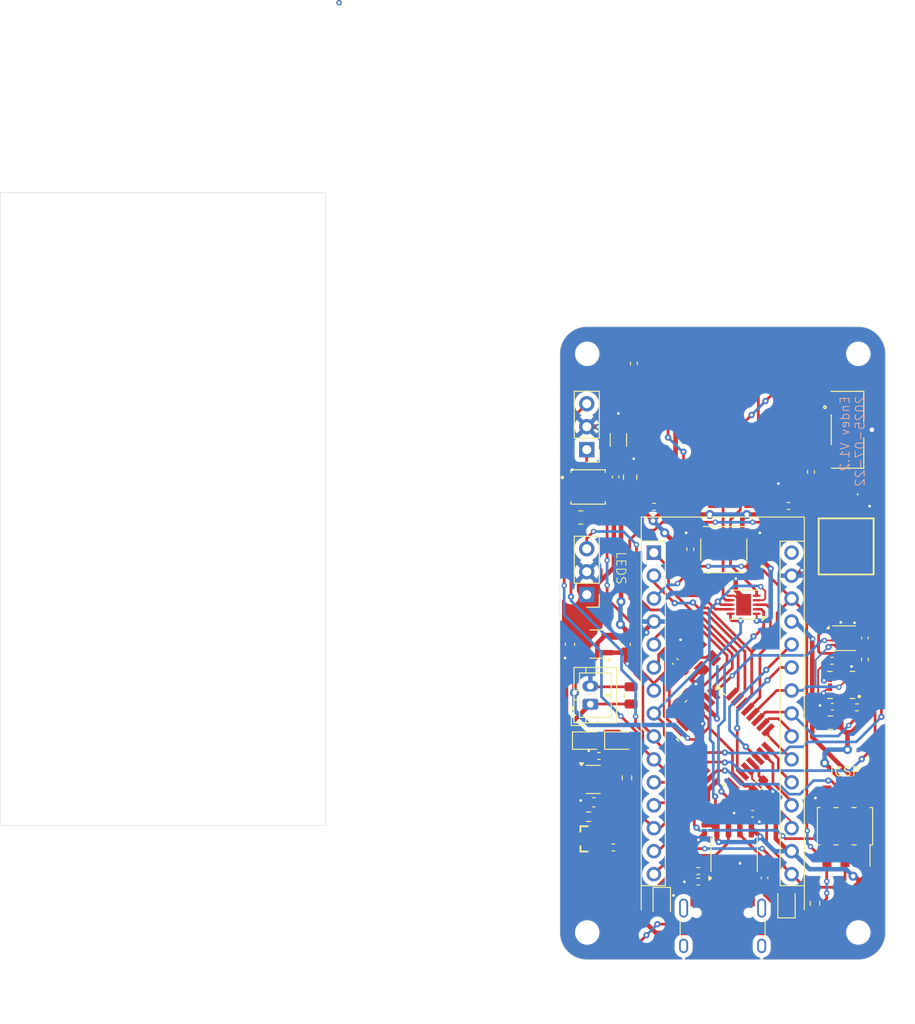
<source format=kicad_pcb>
(kicad_pcb (version 20241229) (generator "pcbnew") (generator_version "9.0")
  (layers (0 "F.Cu" signal) (2 "B.Cu" power) (13 "F.Paste" user) (15 "B.Paste" user) (5 "F.SilkS" user "F.Silkscreen") (7 "B.SilkS" user "B.Silkscreen") (1 "F.Mask" user) (3 "B.Mask" user) (25 "Edge.Cuts" user))
  (net 0 "")
  (net 1 "D10")
  (net 2 "A7")
  (net 3 "/RESET")
  (net 4 "A2")
  (net 5 "D9")
  (net 6 "D3")
  (net 7 "Net-(D27-A)")
  (net 8 "D12")
  (net 9 "A6")
  (net 10 "D7")
  (net 11 "A0")
  (net 12 "A5")
  (net 13 "A4")
  (net 14 "D6")
  (net 15 "D5")
  (net 16 "D11")
  (net 17 "D1")
  (net 18 "D13")
  (net 19 "D8")
  (net 20 "VBUS")
  (net 21 "AREF")
  (net 22 "A3")
  (net 23 "D0")
  (net 24 "A1")
  (net 25 "D4")
  (net 26 "D2")
  (net 27 "+BATT")
  (net 28 "Net-(U2-~{RTS})")
  (net 29 "Net-(U1-XTAL1{slash}PB6)")
  (net 30 "Net-(U1-XTAL2{slash}PB7)")
  (net 31 "/UD +")
  (net 32 "/UD -")
  (net 33 "Net-(U5-PROG)")
  (net 39 "Net-(U7-EN)")
  (net 41 "Net-(U7-GPIO15)")
  (net 49 "Net-(U7-~{RST})")
  (net 50 "Net-(U7-GPIO0)")
  (net 52 "UART_TXD")
  (net 53 "UART_RXD")
  (net 54 "ESP_TXD")
  (net 55 "ESP_RXD")
  (net 56 "/USB_P")
  (net 57 "Net-(D25-K)")
  (net 58 "Net-(D26-K)")
  (net 60 "Vdrive")
  (net 61 "Net-(J2-CC1)")
  (net 62 "Net-(J2-CC2)")
  (net 63 "Net-(D25-A)")
  (net 68 "Net-(D18-DIN)")
  (net 69 "Net-(U3-CS)")
  (net 78 "VCC")
  (net 79 "GND")
  (footprint "Capacitor_SMD:C_0402_1005Metric" (layer "F.Cu") (at 156.675 112.37 -90)
    (property "Reference" "C7")
    (property "Value" "100nF")
  )
  (footprint "Capacitor_SMD:C_0402_1005Metric" (layer "F.Cu") (at 146.783812 88.431731 135)
    (property "Reference" "C3")
    (property "Value" "12pF")
  )
  (footprint "Connector_JST:JST_PH_B2B-PH-K_1x02_P2.00mm_Vertical" (layer "F.Cu") (at 137.3975 93.15 90)
    (property "Reference" "BT1")
    (property "Value" "Battery_Cell")
  )
  (footprint "Resistor_SMD:R_0402_1005Metric" (layer "F.Cu") (at 149.34 112.775 180)
    (property "Reference" "R2")
    (property "Value" "5k1")
  )
  (footprint "LED_SMD:LED_0805_2012Metric" (layer "F.Cu") (at 137.1 97.174911)
    (property "Reference" "D26")
    (property "Value" "GREEN")
  )
  (footprint "Resistor_SMD:R_0603_1608Metric" (layer "F.Cu") (at 141.45 101.299911 90)
    (property "Reference" "R10")
    (property "Value" "1k")
  )
  (footprint "LED_SMD:LED_0805_2012Metric" (layer "F.Cu") (at 159.1 115.1 90)
    (property "Reference" "D27")
    (property "Value" "YELLOW")
  )
  (footprint "endev_v1.1:2659" (layer "F.Cu") (at 137.15 69.125)
    (property "Reference" "D18" (hide yes))
    (property "Value" "SK6812")
  )
  (footprint "Diode_SMD:D_SMA" (layer "F.Cu") (at 138.35 111.5)
    (property "Reference" "D28")
    (property "Value" "C8678")
  )
  (footprint "Capacitor_SMD:C_0603_1608Metric" (layer "F.Cu") (at 155.975 102.125 45)
    (property "Reference" "C1")
    (property "Value" "100nF")
  )
  (footprint "Resistor_SMD:R_0402_1005Metric" (layer "F.Cu") (at 164.14 88.35)
    (property "Reference" "R6")
    (property "Value" "10k")
  )
  (footprint "endev_v1.1:ESP-12F" (layer "F.Cu") (at 152.035 58.45)
    (property "Reference" "U7" (hide yes))
    (property "Value" "ESP-12F")
  )
  (footprint "Sensor_Humidity:Sensirion_DFN-8-1EP_2.5x2.5mm_P0.5mm_EP1.1x1.7mm" (layer "F.Cu") (at 165.475 85.85)
    (property "Reference" "U10")
    (property "Value" "SHT31-DIS")
  )
  (footprint "Resistor_SMD:R_0402_1005Metric" (layer "F.Cu") (at 159.325 71.22)
    (property "Reference" "R11")
    (property "Value" "10k")
  )
  (footprint "Resistor_SMD:R_0603_1608Metric" (layer "F.Cu") (at 137.2 105.6 180)
    (property "Reference" "R12")
    (property "Value" "10k")
  )
  (footprint "Resistor_SMD:R_0402_1005Metric" (layer "F.Cu") (at 149.34 111.6 180)
    (property "Reference" "R3")
    (property "Value" "5k1")
  )
  (footprint "endev_v1.1:SW_TS-1187A-B-A-B" (layer "F.Cu") (at 152.1625 76.05 180)
    (property "Reference" "SW1" (hide yes))
    (property "Value" "TS-1187A-B-A-B")
  )
  (footprint "Capacitor_SMD:C_0402_1005Metric" (layer "F.Cu") (at 140.2 68.02 90)
    (property "Reference" "C16")
    (property "Value" "100nF")
  )
  (footprint "endev_v1.1:OSC_X322516MLB4SI" (layer "F.Cu") (at 149.573223 87.871142 45)
    (property "Reference" "Y1")
    (property "Value" "16 MHz C13738")
  )
  (footprint "Connector_PinHeader_2.54mm:PinHeader_1x03_P2.54mm_Vertical" (layer "F.Cu") (at 137 81.04 180)
    (property "Reference" "J5")
    (property "Value" "Conn_01x03")
  )
  (footprint "Resistor_SMD:R_0805_2012Metric" (layer "F.Cu") (at 136.3375 72.5)
    (property "Reference" "R9")
    (property "Value" "330R")
  )
  (footprint "Package_CSP:LFCSP-WD-10-1EP_3x3mm_P0.5mm_EP1.64x2.38mm" (layer "F.Cu") (at 154.3525 82.15 180)
    (property "Reference" "U8")
    (property "Value" "ADG884xCP")
  )
  (footprint "Resistor_SMD:R_0402_1005Metric" (layer "F.Cu") (at 139.95 109 180)
    (property "Reference" "R18")
    (property "Value" "4k7")
  )
  (footprint "Capacitor_SMD:C_0603_1608Metric" (layer "F.Cu") (at 135.15 86.525 -90)
    (property "Reference" "C13")
    (property "Value" "1uF")
  )
  (footprint "Package_SO:SOP-8_3.9x4.9mm_P1.27mm" (layer "F.Cu") (at 153.305 109.7 90)
    (property "Reference" "U2" (hide yes))
    (property "Value" "CH340N")
  )
  (footprint "MountingHole:MountingHole_2.2mm_M2" (layer "F.Cu") (at 137.05 118.4)
    (property "Reference" "H1")
    (property "Value" "MountingHole")
  )
  (footprint "endev_v1.1:SOT23-3" (layer "F.Cu") (at 137 108.05)
    (property "Reference" "Q1")
    (property "Value" "AO3401A")
  )
  (footprint "endev_v1.1:SW_JS102011JCQN" (layer "F.Cu") (at 165.85 62.8 -90)
    (property "Reference" "SW2")
    (property "Value" "JS102011JCQN")
  )
  (footprint "MountingHole:MountingHole_2.2mm_M2" (layer "F.Cu") (at 137.05 54.4)
    (property "Reference" "H3")
    (property "Value" "MountingHole")
  )
  (footprint "Capacitor_SMD:C_0402_1005Metric" (layer "F.Cu") (at 148.273223 89.921142 -45)
    (property "Reference" "C4")
    (property "Value" "12pF")
  )
  (footprint "Capacitor_SMD:C_1206_3216Metric" (layer "F.Cu") (at 140.5 63.925 90)
    (property "Reference" "C17")
    (property "Value" "100uF")
  )
  (footprint "Capacitor_SMD:C_0805_2012Metric" (layer "F.Cu") (at 163.95 95.2 180)
    (property "Reference" "C9")
    (property "Value" "10uF")
  )
  (footprint "LED_SMD:LED_0805_2012Metric" (layer "F.Cu") (at 145.3 115.1 -90)
    (property "Reference" "D29")
    (property "Value" "GREEN")
  )
  (footprint "MountingHole:MountingHole_2.2mm_M2" (layer "F.Cu") (at 167.05 118.4)
    (property "Reference" "H2")
    (property "Value" "MountingHole")
  )
  (footprint "Capacitor_SMD:C_0603_1608Metric" (layer "F.Cu") (at 147.601992 92.473008 -135)
    (property "Reference" "C2")
    (property "Value" "100nF")
  )
  (footprint "Package_TO_SOT_SMD:TSOT-23-6" (layer "F.Cu") (at 137.7125 101.474911)
    (property "Reference" "U5")
    (property "Value" "TP4057")
  )
  (footprint "Capacitor_SMD:C_0402_1005Metric" (layer "F.Cu") (at 155.345 105.275)
    (property "Reference" "C5")
    (property "Value" "100nF")
  )
  (footprint "Capacitor_SMD:C_0603_1608Metric" (layer "F.Cu") (at 141.3 86.55 -90)
    (property "Reference" "C14")
    (property "Value" "1uF")
  )
  (footprint "Capacitor_SMD:C_0402_1005Metric" (layer "F.Cu") (at 167.775 85.83 -90)
    (property "Reference" "C20")
    (property "Value" "100nF")
  )
  (footprint "Resistor_SMD:R_0402_1005Metric" (layer "F.Cu") (at 138.34 98.874911 180)
    (property "Reference" "R19")
    (property "Value" "1k5")
  )
  (footprint "Resistor_SMD:R_0402_1005Metric" (layer "F.Cu") (at 161.815 67.45 -90)
    (property "Reference" "R15")
    (property "Value" "10k")
  )
  (footprint "Capacitor_SMD:C_0402_1005Metric" (layer "F.Cu") (at 164.17 93.425 180)
    (property "Reference" "C8")
    (property "Value" "100nF")
  )
  (footprint "Package_TO_SOT_SMD:SOT-23-3" (layer "F.Cu") (at 138.15 86.5 180)
    (property "Reference" "U6")
    (property "Value" "XC6206P332MR")
  )
  (footprint "Resistor_SMD:R_0402_1005Metric" (layer "F.Cu") (at 166.89 93.5)
    (property "Reference" "R8")
    (property "Value" "4k7")
  )
  (footprint "Resistor_SMD:R_0603_1608Metric" (layer "F.Cu") (at 162.25 115.175 90)
    (property "Reference" "R13")
    (property "Value" "330R")
  )
  (footprint "endev_v1.1:XDCR_LIS3DHTR" (layer "F.Cu") (at 165.15 91.025 180)
    (property "Reference" "U3")
    (property "Value" "LIS3DH")
  )
  (footprint "Package_QFP:TQFP-32_7x7mm_P0.8mm" (layer "F.Cu") (at 152.074695 97.014897 -45)
    (property "Reference" "U1" (hide yes))
    (property "Value" "ATmega328P-A")
  )
  (footprint "endev_v1.1:24549853" (layer "F.Cu") (at 165.7 75.7 180)
    (property "Reference" "SW4")
    (property "Value" "SW_DIP_x02" (hide yes))
  )
  (footprint "Connector_PinHeader_2.54mm:PinHeader_1x03_P2.54mm_Vertical" (layer "F.Cu") (at 137 65 180)
    (property "Reference" "J3")
    (property "Value" "Conn_01x03")
  )
  (footprint "Resistor_SMD:R_0402_1005Metric" (layer "F.Cu") (at 148.4625 76.015 -90)
    (property "Reference" "R1")
    (property "Value" "10k")
  )
  (footprint "Capacitor_SMD:C_0805_2012Metric" (layer "F.Cu") (at 141.9 92.18 90)
    (property "Reference" "C19")
    (property "Value" "10uF")
  )
  (footprint "Connector_USB:USB_C_Receptacle_HRO_TYPE-C-31-M-12" (layer "F.Cu") (at 152.035 118.831249)
    (property "Reference" "J2" (hide yes))
    (property "Value" "USB_C_Receptacle_USB2.0_16P")
  )
  (footprint "MountingHole:MountingHole_2.2mm_M2" (layer "F.Cu") (at 167.05 54.4)
    (property "Reference" "H4")
    (property "Value" "MountingHole")
  )
  (footprint "Capacitor_SMD:C_0603_1608Metric" (layer "F.Cu") (at 137.775 104 180)
    (property "Reference" "C18")
    (property "Value" "1uF")
  )
  (footprint "Connector_PinSocket_2.00mm:PinSocket_2x03_P2.00mm_Vertical_SMD" (layer "F.Cu") (at 165.575 106.65 -90)
    (property "Reference" "J1")
    (property "Value" "ICSP")
  )
  (footprint "Diode_SMD:D_SMA" (layer "F.Cu") (at 141.6 117.6 -90)
    (property "Reference" "D30")
    (property "Value" "C8678")
  )
  (footprint "LED_SMD:LED_0805_2012Metric" (layer "F.Cu") (at 140.6625 97.174911)
    (property "Reference" "D25")
    (property "Value" "YELLOW")
  )
  (footprint "Module:Arduino_Nano" (layer "F.Cu") (at 144.425 76.391249)
    (property "Reference" "A2" (hide yes))
    (property "Value" "Arduino_Nano_v3.x")
  )
  (footprint "Capacitor_SMD:C_0805_2012Metric" (layer "F.Cu") (at 141.8 68.05 90)
    (property "Reference" "C15")
    (property "Value" "10uF")
  )
  (footprint "Resistor_SMD:R_0402_1005Metric" (layer "F.Cu") (at 144.455 71.32)
    (property "Reference" "R17")
    (property "Value" "10k")
  )
  (footprint "Resistor_SMD:R_0402_1005Metric" (layer "F.Cu") (at 167.775 88.2 90)
    (property "Reference" "R7")
    (property "Value" "4k7")
  )
  (footprint "Capacitor_SMD:C_0402_1005Metric" (layer "F.Cu") (at 150 107 -90)
    (property "Reference" "C6")
    (property "Value" "100nF")
  )
  (footprint "Resistor_SMD:R_0402_1005Metric" (layer "F.Cu") (at 142.215 55.46 90)
    (property "Reference" "R16")
    (property "Value" "10k")
  )
  (gr_arc (start 137.035 121.4) (mid 134.91368 120.52132) (end 134.035 118.4) (stroke (width 0.05)) (layer "Edge.Cuts"))
  (gr_arc (start 134.035 54.4) (mid 134.91368 52.27868) (end 137.035 51.4) (stroke (width 0.05)) (layer "Edge.Cuts"))
  (gr_line (start 134.035 118.4) (end 134.035 54.4) (stroke (width 0.05)) (layer "Edge.Cuts"))
  (gr_arc (start 170.035 118.4) (mid 169.15632 120.52132) (end 167.035 121.4) (stroke (width 0.05)) (layer "Edge.Cuts"))
  (gr_rect (start 72.1 36.575) (end 108.1 106.575) (stroke (width 0.05)) (fill no) (layer "Edge.Cuts"))
  (gr_arc (start 167.035 51.4) (mid 169.15632 52.27868) (end 170.035 54.4) (stroke (width 0.05)) (layer "Edge.Cuts"))
  (gr_line (start 137.035 51.4) (end 167.035 51.4) (stroke (width 0.05)) (layer "Edge.Cuts"))
  (gr_line (start 167.035 121.4) (end 137.035 121.4) (stroke (width 0.05)) (layer "Edge.Cuts"))
  (gr_line (start 170.035 54.4) (end 170.035 118.4) (stroke (width 0.05)) (layer "Edge.Cuts"))
  (gr_text "ICSP" (at 163.8 101.2 0) (layer "F.SilkS") (effects (font (size 1 1) (thickness 0.125)) (justify left bottom)))
  (gr_text "LEDS" (at 140.2 76.2 270) (layer "F.SilkS") (effects (font (size 1 1) (thickness 0.1)) (justify left bottom)))
  (gr_text "2025-07-22\n" (at 167.825 58.95 90) (layer "B.SilkS") (effects (font (size 1 1) (thickness 0.1)) (justify left bottom mirror)))
  (gr_text "Endev V1.2" (at 166.15 59.025 90) (layer "B.SilkS") (effects (font (size 1 1) (thickness 0.1)) (justify left bottom mirror)))
  (via (at 109.59 15.565) (size 0.6) (drill 0.3) (layers "F.Cu" "B.Cu") (net 0))
  (segment (start 145.103751 106.871249) (end 146.525 105.45) (width 0.3) (layer "F.Cu") (net 1))
  (segment (start 146.525 105.45) (end 146.525 104.261648) (width 0.3) (layer "F.Cu") (net 1))
  (segment (start 144.425 106.871249) (end 145.103751 106.871249) (width 0.3) (layer "F.Cu") (net 1))
  (segment (start 134.5 73.425) (end 135.425 72.5) (width 0.3) (layer "F.Cu") (net 1))
  (segment (start 140.775 94.478289) (end 142.651 96.354289) (width 0.3) (layer "F.Cu") (net 1))
  (segment (start 142.651 96.354289) (end 142.651 105.097249) (width 0.3) (layer "F.Cu") (net 1))
  (segment (start 146.525 104.261648) (end 149.918019 100.868629) (width 0.3) (layer "F.Cu") (net 1))
  (segment (start 142.651 105.097249) (end 144.425 106.871249) (width 0.3) (layer "F.Cu") (net 1))
  (segment (start 134.5 80.025) (end 134.5 73.425) (width 0.3) (layer "F.Cu") (net 1))
  (via (at 134.5 80.025) (size 0.6) (drill 0.3) (layers "F.Cu" "B.Cu") (net 1))
  (via (at 140.775 94.478289) (size 0.6) (drill 0.3) (layers "F.Cu" "B.Cu") (net 1))
  (segment (start 138.6235 92.3235) (end 140.775 94.475) (width 0.3) (layer "B.Cu") (net 1))
  (segment (start 134.5 83.25) (end 138.6235 87.3735) (width 0.3) (layer "B.Cu") (net 1))
  (segment (start 138.6235 87.3735) (end 138.6235 92.3235) (width 0.3) (layer "B.Cu") (net 1))
  (segment (start 134.5 80.025) (end 134.5 83.25) (width 0.3) (layer "B.Cu") (net 1))
  (segment (start 140.775 94.475) (end 140.775 94.478289) (width 0.3) (layer "B.Cu") (net 1))
  (segment (start 155.921573 99.171573) (end 155.928427 99.171573) (width 0.3) (layer "F.Cu") (net 2))
  (segment (start 156.858124 89.358124) (end 159.665 86.551249) (width 0.3) (layer "F.Cu") (net 2))
  (segment (start 154.6 97.85) (end 155.921573 99.171573) (width 0.3) (layer "F.Cu") (net 2))
  (via (at 156.858124 89.358124) (size 0.7) (drill 0.3) (layers "F.Cu" "B.Cu") (net 2))
  (via (at 154.6 97.85) (size 0.7) (drill 0.3) (layers "F.Cu" "B.Cu") (net 2))
  (segment (start 156.858124 89.391876) (end 156.858124 89.358124) (width 0.3) (layer "B.Cu") (net 2))
  (segment (start 152.799 96.049) (end 152.799 93.451) (width 0.3) (layer "B.Cu") (net 2))
  (segment (start 152.799 93.451) (end 156.858124 89.391876) (width 0.3) (layer "B.Cu") (net 2))
  (segment (start 154.6 97.85) (end 152.799 96.049) (width 0.3) (layer "B.Cu") (net 2))
  (segment (start 149.1875 77.9) (end 149.1625 77.925) (width 0.3) (layer "F.Cu") (net 3))
  (segment (start 161.349 83.155249) (end 159.665 81.471249) (width 0.3) (layer "F.Cu") (net 3))
  (segment (start 163.6 110.3) (end 163.6 110.725) (width 0.3) (layer "F.Cu") (net 3))
  (segment (start 158.60169 116.676) (end 159.59831 116.676) (width 0.3) (layer "F.Cu") (net 3))
  (segment (start 161.349 107.099) (end 161.4 107.15) (width 0.3) (layer "F.Cu") (net 3))
  (segment (start 149.1625 77.925) (end 148.925 77.925) (width 0.3) (layer "F.Cu") (net 3))
  (segment (start 149.1625 77.925) (end 149.1625 77.225) (width 0.3) (layer "F.Cu") (net 3))
  (segment (start 163.575 109.775) (end 162.625 109.775) (width 0.3) (layer "F.Cu") (net 3))
  (segment (start 159.59831 116.676) (end 161.117061 115.157249) (width 0.3) (layer "F.Cu") (net 3))
  (segment (start 163.6 110.725) (end 163.575 110.725) (width 0.3) (layer "F.Cu") (net 3))
  (segment (start 156.157124 92.366782) (end 156.157124 87.592876) (width 0.3) (layer "F.Cu") (net 3))
  (segment (start 156.157124 87.592876) (end 158.066 85.684) (width 0.3) (layer "F.Cu") (net 3))
  (segment (start 155.1625 77.925) (end 156.118751 77.925) (width 0.3) (layer "F.Cu") (net 3))
  (segment (start 163.6 112.7) (end 163.55 112.75) (width 0.3) (layer "F.Cu") (net 3))
  (segment (start 163.55 109.8) (end 163.575 109.775) (width 0.3) (layer "F.Cu") (net 3))
  (segment (start 150.45 77.9) (end 149.1875 77.9) (width 0.3) (layer "F.Cu") (net 3))
  (segment (start 156.675 112.85) (end 156.675 114.267753) (width 0.3) (layer "F.Cu") (net 3))
  (segment (start 156.118751 77.925) (end 159.665 81.471249) (width 0.3) (layer "F.Cu") (net 3))
  (segment (start 155.1625 77.925) (end 154.125 77.925) (width 0.3) (layer "F.Cu") (net 3))
  (segment (start 163.55 112.75) (end 163.55 109.8) (width 0.3) (layer "F.Cu") (net 3))
  (segment (start 162.625 109.775) (end 161.75 108.9) (width 0.3) (layer "F.Cu") (net 3))
  (segment (start 148.925 77.925) (end 147.05 79.8) (width 0.3) (layer "F.Cu") (net 3))
  (segment (start 158.274 115.866753) (end 158.274 116.34831) (width 0.3) (layer "F.Cu") (net 3))
  (segment (start 154.797056 93.72685) (end 156.157124 92.366782) (width 0.3) (layer "F.Cu") (net 3))
  (segment (start 154.125 77.925) (end 154.1 77.9) (width 0.3) (layer "F.Cu") (net 3))
  (segment (start 158.274 116.34831) (end 158.60169 116.676) (width 0.3) (layer "F.Cu") (net 3))
  (segment (start 156.675 114.267753) (end 158.274 115.866753) (width 0.3) (layer "F.Cu") (net 3))
  (segment (start 149.1625 77.225) (end 148.4625 76.525) (width 0.3) (layer "F.Cu") (net 3))
  (segment (start 163.55 110.775) (end 163.6 110.725) (width 0.3) (layer "F.Cu") (net 3))
  (segment (start 163.042751 115.157249) (end 163.55 114.65) (width 0.3) (layer "F.Cu") (net 3))
  (segment (start 163.55 114.65) (end 163.55 114.05) (width 0.3) (layer "F.Cu") (net 3))
  (segment (start 161.349 83.155249) (end 161.349 107.099) (width 0.3) (layer "F.Cu") (net 3))
  (segment (start 158.066 85.684) (end 158.066 83.070249) (width 0.3) (layer "F.Cu") (net 3))
  (segment (start 158.066 83.070249) (end 159.665 81.471249) (width 0.3) (layer "F.Cu") (net 3))
  (segment (start 161.117061 115.157249) (end 163.042751 115.157249) (width 0.3) (layer "F.Cu") (net 3))
  (via (at 150.45 77.9) (size 0.6) (drill 0.3) (layers "F.Cu" "B.Cu") (net 3))
  (via (at 154.1 77.9) (size 0.6) (drill 0.3) (layers "F.Cu" "B.Cu") (net 3))
  (via (at 147.05 79.8) (size 0.6) (drill 0.3) (layers "F.Cu" "B.Cu") (net 3))
  (via (at 163.55 114.05) (size 0.6) (drill 0.3) (layers "F.Cu" "B.Cu") (net 3))
  (via (at 161.4 107.15) (size 0.6) (drill 0.3) (layers "F.Cu" "B.Cu") (net 3))
  (via (at 163.55 112.75) (size 0.6) (drill 0.3) (layers "F.Cu" "B.Cu") (net 3))
  (via (at 161.75 108.9) (size 0.6) (drill 0.3) (layers "F.Cu" "B.Cu") (net 3))
  (segment (start 161.4 108.55) (end 161.75 108.9) (width 0.3) (layer "B.Cu") (net 3))
  (segment (start 145.946249 79.95) (end 144.425 81.471249) (width 0.3) (layer "B.Cu") (net 3))
  (segment (start 147.05 79.8) (end 146.9 79.95) (width 0.3) (layer "B.Cu") (net 3))
  (segment (start 154.1 77.9) (end 150.45 77.9) (width 0.3) (layer "B.Cu") (net 3))
  (segment (start 146.9 79.95) (end 145.946249 79.95) (width 0.3) (layer "B.Cu") (net 3))
  (segment (start 161.4 107.15) (end 161.4 108.55) (width 0.3) (layer "B.Cu") (net 3))
  (segment (start 163.55 112.75) (end 163.55 114.05) (width 0.3) (layer "B.Cu") (net 3))
  (segment (start 157.059798 96.646047) (end 157.059798 95.989592) (width 0.3) (layer "F.Cu") (net 4))
  (segment (start 159.665 99.251249) (end 157.059798 96.646047) (width 0.3) (layer "F.Cu") (net 4))
  (segment (start 152.225003 99.55) (end 150.105278 99.55) (width 0.3) (layer "F.Cu") (net 5))
  (segment (start 150.105278 99.55) (end 149.352334 100.302944) (width 0.3) (layer "F.Cu") (net 5))
  (segment (start 152.275 99.599997) (end 152.225003 99.55) (width 0.3) (layer "F.Cu") (net 5))
  (segment (start 145.605278 104.05) (end 149.352334 100.302944) (width 0.3) (layer "F.Cu") (net 5))
  (segment (start 168.9 84.62) (end 164.43 80.15) (width 0.3) (layer "F.Cu") (net 5))
  (segment (start 144.443751 104.331249) (end 144.725 104.05) (width 0.3) (layer "F.Cu") (net 5))
  (segment (start 144.425 104.331249) (end 144.443751 104.331249) (width 0.3) (layer "F.Cu") (net 5))
  (segment (start 144.725 104.05) (end 145.605278 104.05) (width 0.3) (layer "F.Cu") (net 5))
  (segment (start 168.9 97.75) (end 168.9 84.62) (width 0.3) (layer "F.Cu") (net 5))
  (segment (start 167.425 99.225) (end 168.9 97.75) (width 0.3) (layer "F.Cu") (net 5))
  (via (at 167.425 99.225) (size 0.7) (drill 0.3) (layers "F.Cu" "B.Cu") (net 5))
  (via (at 152.275 99.599997) (size 0.7) (drill 0.3) (layers "F.Cu" "B.Cu") (net 5))
  (segment (start 166.15 100.5) (end 153.95 100.5) (width 0.3) (layer "B.Cu") (net 5))
  (segment (start 152.324997 99.55) (end 152.275 99.599997) (width 0.3) (layer "B.Cu") (net 5))
  (segment (start 153.95 100.5) (end 153 99.55) (width 0.3) (layer "B.Cu") (net 5))
  (segment (start 167.425 99.225) (end 166.15 100.5) (width 0.3) (layer "B.Cu") (net 5))
  (segment (start 153 99.55) (end 152.324997 99.55) (width 0.3) (layer "B.Cu") (net 5))
  (segment (start 153.1 89.15) (end 151.04939 91.20061) (width 0.3) (layer "F.Cu") (net 6))
  (segment (start 153.101 90) (end 153.079184 90) (width 0.3) (layer "F.Cu") (net 6))
  (segment (start 153.079184 90) (end 151.04939 92.029794) (width 0.3) (layer "F.Cu") (net 6))
  (segment (start 144.425 89.091249) (end 144.95 88.566249) (width 0.3) (layer "F.Cu") (net 6))
  (segment (start 147.172534 84.227466) (end 149.727466 84.227466) (width 0.3) (layer "F.Cu") (net 6))
  (segment (start 163.3 86.1) (end 164.3 86.1) (width 0.2) (layer "F.Cu") (net 6))
  (segment (start 151.04939 91.20061) (end 151.04939 92.029794) (width 0.3) (layer "F.Cu") (net 6))
  (segment (start 144.95 88.566249) (end 144.95 87.675) (width 0.3) (layer "F.Cu") (net 6))
  (segment (start 145.875 86.75) (end 145.875 85.525) (width 0.3) (layer "F.Cu") (net 6))
  (segment (start 149.727466 84.227466) (end 153.1 87.6) (width 0.3) (layer "F.Cu") (net 6))
  (segment (start 153.1 87.6) (end 153.1 89.15) (width 0.3) (layer "F.Cu") (net 6))
  (segment (start 145.875 85.525) (end 147.172534 84.227466) (width 0.3) (layer "F.Cu") (net 6))
  (segment (start 144.95 87.675) (end 145.875 86.75) (width 0.3) (layer "F.Cu") (net 6))
  (via (at 163.3 86.1) (size 0.6) (drill 0.3) (layers "F.Cu" "B.Cu") (net 6))
  (via (at 153.101 90) (size 0.6) (drill 0.3) (layers "F.Cu" "B.Cu") (net 6))
  (segment (start 161.35 87.75) (end 155.351 87.75) (width 0.3) (layer "B.Cu") (net 6))
  (segment (start 163 86.1) (end 161.35 87.75) (width 0.3) (layer "B.Cu") (net 6))
  (segment (start 155.351 87.75) (end 153.101 90) (width 0.3) (layer "B.Cu") (net 6))
  (segment (start 163.3 86.1) (end 163 86.1) (width 0.3) (layer "B.Cu") (net 6))
  (segment (start 144.566249 88.95) (end 144.425 89.091249) (width 0.3) (layer "B.Cu") (net 6))
  (segment (start 159.1 113.556249) (end 159.1 114.3125) (width 0.3) (layer "F.Cu") (net 7))
  (segment (start 158.15 110.85) (end 158.15 112.606249) (width 0.3) (layer "F.Cu") (net 7))
  (segment (start 144.225 114.8125) (end 145.3 115.8875) (width 0.3) (layer "F.Cu") (net 7))
  (segment (start 158.15 112.606249) (end 159.1 113.556249) (width 0.3) (layer "F.Cu") (net 7))
  (segment (start 159.1375 114.35) (end 159.1 114.3125) (width 0.3) (layer "F.Cu") (net 7))
  (segment (start 144.225 113.9) (end 144.225 114.8125) (width 0.3) (layer "F.Cu") (net 7))
  (segment (start 162.25 114.35) (end 159.1375 114.35) (width 0.3) (layer "F.Cu") (net 7))
  (segment (start 144.225 113.9) (end 149 109.125) (width 0.3) (layer "F.Cu") (net 7))
  (segment (start 156.4 109.125) (end 156.425 109.125) (width 0.3) (layer "F.Cu") (net 7))
  (segment (start 150.05 109.125) (end 149 109.125) (width 0.3) (layer "F.Cu") (net 7))
  (segment (start 156.425 109.125) (end 158.15 110.85) (width 0.3) (layer "F.Cu") (net 7))
  (via (at 156.4 109.125) (size 0.6) (drill 0.3) (layers "F.Cu" "B.Cu") (net 7))
  (via (at 150.05 109.125) (size 0.6) (drill 0.3) (layers "F.Cu" "B.Cu") (net 7))
  (segment (start 156.4 109.125) (end 150.05 109.125) (width 0.3) (layer "B.Cu") (net 7))
  (segment (start 158.972249 108.022249) (end 166.522249 108.022249) (width 0.3) (layer "F.Cu") (net 8))
  (segment (start 150.5 102.54939) (end 151.04939 102) (width 0.3) (layer "F.Cu") (net 8))
  (segment (start 151.04939 102) (end 148.25 104.79939) (width 0.3) (layer "F.Cu") (net 8))
  (segment (start 150.5 103.8) (end 150.5 102.54939) (width 0.3) (layer "F.Cu") (net 8))
  (segment (start 166.522249 108.022249) (end 167.575 109.075) (width 0.3) (layer "F.Cu") (net 8))
  (segment (start 167.575 109.075) (end 167.575 109.775) (width 0.3) (layer "F.Cu") (net 8))
  (segment (start 144.425 111.951249) (end 148.25 108.126249) (width 0.3) (layer "F.Cu") (net 8))
  (segment (start 158.675 107.725) (end 158.972249 108.022249) (width 0.3) (layer "F.Cu") (net 8))
  (segment (start 148.9 106.550199) (end 148.9 105.4) (width 0.3) (layer "F.Cu") (net 8))
  (segment (start 148.9 105.4) (end 150.5 103.8) (width 0.3) (layer "F.Cu") (net 8))
  (segment (start 149.155455 106.805654) (end 148.9 106.550199) (width 0.3) (layer "F.Cu") (net 8))
  (segment (start 148.25 104.79939) (end 148.25 108.126249) (width 0.3) (layer "F.Cu") (net 8))
  (via (at 149.155455 106.805654) (size 0.7) (drill 0.3) (layers "F.Cu" "B.Cu") (net 8))
  (via (at 158.675 107.725) (size 0.6) (drill 0.3) (layers "F.Cu" "B.Cu") (net 8))
  (segment (start 149.448801 107.099) (end 158.049 107.099) (width 0.3) (layer "B.Cu") (net 8))
  (segment (start 149.155455 106.805654) (end 149.448801 107.099) (width 0.3) (layer "B.Cu") (net 8))
  (segment (start 158.049 107.099) (end 158.675 107.725) (width 0.3) (layer "B.Cu") (net 8))
  (segment (start 159.665 89.091249) (end 158.408751 89.091249) (width 0.3) (layer "F.Cu") (net 9))
  (segment (start 153.65 100.287258) (end 154.231371 100.868629) (width 0.3) (layer "F.Cu") (net 9))
  (segment (start 153.65 95.8) (end 153.65 100.287258) (width 0.3) (layer "F.Cu") (net 9))
  (segment (start 158.408751 89.091249) (end 157 90.5) (width 0.3) (layer "F.Cu") (net 9))
  (via (at 153.65 95.8) (size 0.7) (drill 0.3) (layers "F.Cu" "B.Cu") (net 9))
  (via (at 157 90.5) (size 0.7) (drill 0.3) (layers "F.Cu" "B.Cu") (net 9))
  (segment (start 153.65 95.8) (end 153.65 93.85) (width 0.3) (layer "B.Cu") (net 9))
  (segment (start 153.65 93.85) (end 157 90.5) (width 0.3) (layer "B.Cu") (net 9))
  (segment (start 134.3 62.62) (end 134.3 70.6) (width 0.3) (layer "F.Cu") (net 10))
  (segment (start 142.4 95.394769) (end 143.2 96.194769) (width 0.3) (layer "F.Cu") (net 10))
  (segment (start 136.2885 71.4885) (end 136.2885 73.2115) (width 0.3) (layer "F.Cu") (net 10))
  (segment (start 137 59.92) (end 134.3 62.62) (width 0.3) (layer "F.Cu") (net 10))
  (segment (start 135.25 74.25) (end 135.25 81.25) (width 0.3) (layer "F.Cu") (net 10))
  (segment (start 142.4 94.5) (end 142.4 95.394769) (width 0.3) (layer "F.Cu") (net 10))
  (segment (start 134.8 71.1) (end 135.9 71.1) (width 0.3) (layer "F.Cu") (net 10))
  (segment (start 134.3 70.6) (end 134.8 71.1) (width 0.3) (layer "F.Cu") (net 10))
  (segment (start 136.2885 73.2115) (end 135.25 74.25) (width 0.3) (layer "F.Cu") (net 10))
  (segment (start 143.2 98.026249) (end 144.425 99.251249) (width 0.3) (layer "F.Cu") (net 10))
  (segment (start 143.2 96.194769) (end 143.2 98.026249) (width 0.3) (layer "F.Cu") (net 10))
  (segment (start 145.573751 100.4) (end 144.425 99.251249) (width 0.3) (layer "F.Cu") (net 10))
  (segment (start 135.9 71.1) (end 136.2885 71.4885) (width 0.3) (layer "F.Cu") (net 10))
  (segment (start 147.748509 99.644027) (end 146.992536 100.4) (width 0.3) (layer "F.Cu") (net 10))
  (segment (start 146.992536 100.4) (end 145.573751 100.4) (width 0.3) (layer "F.Cu") (net 10))
  (via (at 142.4 94.5) (size 0.6) (drill 0.3) (layers "F.Cu" "B.Cu") (net 10))
  (via (at 135.25 81.25) (size 0.7) (drill 0.3) (layers "F.Cu" "B.Cu") (net 10))
  (segment (start 142.4 94.5) (end 142.4 90.9) (width 0.3) (layer "B.Cu") (net 10))
  (segment (start 142.4 90.9) (end 140.849 89.349) (width 0.3) (layer "B.Cu") (net 10))
  (segment (start 135.25 81.692) (end 135.25 81.25) (width 0.3) (layer "B.Cu") (net 10))
  (segment (start 140.849 87.291) (end 135.25 81.692) (width 0.3) (layer "B.Cu") (net 10))
  (segment (start 140.849 89.349) (end 140.849 87.291) (width 0.3) (layer "B.Cu") (net 10))
  (segment (start 159.665 103.915) (end 157.6 101.85) (width 0.3) (layer "F.Cu") (net 11))
  (segment (start 157.6 101.85) (end 157.6 99.711775) (width 0.3) (layer "F.Cu") (net 11))
  (segment (start 159.665 104.331249) (end 159.665 103.915) (width 0.3) (layer "F.Cu") (net 11))
  (segment (start 157.6 99.711775) (end 156.494112 98.605887) (width 0.3) (layer "F.Cu") (net 11))
  (segment (start 164.3 86.6) (end 164.325 86.6) (width 0.2) (layer "F.Cu") (net 12))
  (segment (start 167.775 87.69) (end 167.115 87.69) (width 0.2) (layer "F.Cu") (net 12))
  (segment (start 164.3 86.6) (end 163.975 86.6) (width 0.2) (layer "F.Cu") (net 12))
  (segment (start 165.65 90.525) (end 166.375 90.525) (width 0.2) (layer "F.Cu") (net 12))
  (segment (start 164.9 91.275) (end 165.65 90.525) (width 0.2) (layer "F.Cu") (net 12))
  (segment (start 159.665 91.631249) (end 158.024029 91.631249) (width 0.3) (layer "F.Cu") (net 12))
  (segment (start 158.024029 91.631249) (end 155.362742 94.292536) (width 0.3) (layer "F.Cu") (net 12))
  (segment (start 164.325 86.6) (end 164.776 87.051) (width 0.2) (layer "F.Cu") (net 12))
  (segment (start 164.776 87.051) (end 166.476 87.051) (width 0.2) (layer "F.Cu") (net 12))
  (segment (start 163.975 86.6) (end 163.75 86.825) (width 0.2) (layer "F.Cu") (net 12))
  (segment (start 167.115 87.69) (end 166.476 87.051) (width 0.2) (layer "F.Cu") (net 12))
  (via (at 164.9 91.275) (size 0.6) (drill 0.3) (layers "F.Cu" "B.Cu") (net 12))
  (via (at 163.75 86.825) (size 0.7) (drill 0.3) (layers "F.Cu" "B.Cu") (net 12))
  (segment (start 163.75 86.825) (end 162.325 88.25) (width 0.2) (layer "B.Cu") (net 12))
  (segment (start 164.9 91.275) (end 164.85 91.225) (width 0.2) (layer "B.Cu") (net 12))
  (segment (start 161.287498 91.225) (end 160.881249 91.631249) (width 0.3) (layer "B.Cu") (net 12))
  (segment (start 164.85 91.225) (end 162.325 91.225) (width 0.3) (layer "B.Cu") (net 12))
  (segment (start 162.325 91.225) (end 161.287498 91.225) (width 0.3) (layer "B.Cu") (net 12))
  (segment (start 160.881249 91.631249) (end 159.665 91.631249) (width 0.3) (layer "B.Cu") (net 12))
  (segment (start 162.325 88.25) (end 162.325 91.225) (width 0.2) (layer "B.Cu") (net 12))
  (segment (start 167.075 88.75) (end 167.075 92.45) (width 0.3) (layer "F.Cu") (net 13))
  (segment (start 165.98125 95.50625) (end 167.4 94.0875) (width 0.3) (layer "F.Cu") (net 13))
  (segment (start 159.518751 94.025) (end 156.761648 94.025) (width 0.3) (layer "F.Cu") (net 13))
  (segment (start 167.075 92.45) (end 167.4 92.775) (width 0.3) (layer "F.Cu") (net 13))
  (segment (start 162.65 87.325) (end 162.65 85.525) (width 0.3) (layer "F.Cu") (net 13))
  (segment (start 159.665 94.015) (end 159.665 94.171249) (width 0.3) (layer "F.Cu") (net 13))
  (segment (start 165.65 89.8) (end 165.65 88.325) (width 0.2) (layer "F.Cu") (net 13))
  (segment (start 167.4 92.775) (end 167.4 93.5) (width 0.3) (layer "F.Cu") (net 13))
  (segment (start 162.65 85.525) (end 163.075 85.1) (width 0.3) (layer "F.Cu") (net 13))
  (segment (start 166.15 87.825) (end 165.85 87.525) (width 0.3) (layer "F.Cu") (net 13))
  (segment (start 165.85 87.525) (end 162.85 87.525) (width 0.3) (layer "F.Cu") (net 13))
  (segment (start 156.761648 94.025) (end 155.928427 94.858221) (width 0.3) (layer "F.Cu") (net 13))
  (segment (start 166.15 87.825) (end 167.075 88.75) (width 0.3) (layer "F.Cu") (net 13))
  (segment (start 165.65 88.325) (end 166.15 87.825) (width 0.2) (layer "F.Cu") (net 13))
  (segment (start 163.5615 85.1) (end 164.3 85.1) (width 0.2) (layer "F.Cu") (net 13))
  (segment (start 163.075 85.1) (end 163.5615 85.1) (width 0.3) (layer "F.Cu") (net 13))
  (segment (start 167.4 94.0875) (end 167.4 93.5) (width 0.3) (layer "F.Cu") (net 13))
  (segment (start 162.85 87.525) (end 162.65 87.325) (width 0.3) (layer "F.Cu") (net 13))
  (segment (start 159.665 94.171249) (end 159.518751 94.025) (width 0.3) (layer "F.Cu") (net 13))
  (via (at 165.98125 95.50625) (size 0.6) (drill 0.3) (layers "F.Cu" "B.Cu") (net 13))
  (segment (start 165.98125 95.50625) (end 164.8125 96.675) (width 0.3) (layer "B.Cu") (net 13))
  (segment (start 164.8125 96.675) (end 162.168751 96.675) (width 0.3) (layer "B.Cu") (net 13))
  (segment (start 162.168751 96.675) (end 159.665 94.171249) (width 0.3) (layer "B.Cu") (net 13))
  (segment (start 142.325 89.775) (end 143.2 90.65) (width 0.3) (layer "F.Cu") (net 14))
  (segment (start 143.2 90.65) (end 143.2 95.486249) (width 0.3) (layer "F.Cu") (net 14))
  (segment (start 139.25 80) (end 139.25 81.475) (width 0.3) (layer "F.Cu") (net 14))
  (segment (start 147.109823 99.151342) (end 146.572972 99.151342) (width 0.3) (layer "F.Cu") (net 14))
  (segment (start 146.572972 99.151342) (end 144.425 97.00337) (width 0.3) (layer "F.Cu") (net 14))
  (segment (start 144.702835 96.989084) (end 144.425 96.711249) (width 0.3) (layer "F.Cu") (net 14))
  (segment (start 142.325 84.55) (end 142.325 89.775) (width 0.3) (layer "F.Cu") (net 14))
  (segment (start 137 69.9) (end 137 65) (width 0.3) (layer "F.Cu") (net 14))
  (segment (start 139.25 81.475) (end 142.325 84.55) (width 0.3) (layer "F.Cu") (net 14))
  (segment (start 139.25 72.15) (end 137 69.9) (width 0.3) (layer "F.Cu") (net 14))
  (segment (start 144.425 97.00337) (end 144.425 96.711249) (width 0.3) (layer "F.Cu") (net 14))
  (segment (start 147.655278 98.605887) (end 147.109823 99.151342) (width 0.3) (layer "F.Cu") (net 14))
  (segment (start 143.2 95.486249) (end 144.425 96.711249) (width 0.3) (layer "F.Cu") (net 14))
  (segment (start 139.25 77.25) (end 139.25 72.15) (width 0.3) (layer "F.Cu") (net 14))
  (via (at 139.25 80) (size 0.6) (drill 0.3) (layers "F.Cu" "B.Cu") (net 14))
  (via (at 139.25 77.25) (size 0.6) (drill 0.3) (layers "F.Cu" "B.Cu") (net 14))
  (segment (start 139.25 77.25) (end 139.25 80) (width 0.3) (layer "B.Cu") (net 14))
  (segment (start 152.905 82.15) (end 151.85 82.15) (width 0.3) (layer "F.Cu") (net 15))
  (segment (start 151.85 82.15) (end 151.5 81.8) (width 0.3) (layer "F.Cu") (net 15))
  (segment (start 156.549999 81.650001) (end 155.8 81.650001) (width 0.2) (layer "F.Cu") (net 15))
  (segment (start 156.75 80.65) (end 156.75 81.45) (width 0.2) (layer "F.Cu") (net 15))
  (segment (start 144.425 94.171249) (end 145.576 95.322249) (width 0.3) (layer "F.Cu") (net 15))
  (segment (start 145.576 95.322249) (end 145.576 96.52661) (width 0.3) (layer "F.Cu") (net 15))
  (segment (start 156.25 80.15) (end 156.75 80.65) (width 0.2) (layer "F.Cu") (net 15))
  (segment (start 156.75 81.45) (end 156.549999 81.650001) (width 0.2) (layer "F.Cu") (net 15))
  (segment (start 145.576 96.52661) (end 147.089592 98.040202) (width 0.3) (layer "F.Cu") (net 15))
  (via (at 151.5 81.8) (size 0.7) (drill 0.3) (layers "F.Cu" "B.Cu") (net 15))
  (via (at 156.25 80.15) (size 0.6) (drill 0.3) (layers "F.Cu" "B.Cu") (net 15))
  (segment (start 151.5 81.8) (end 150.564506 82.735494) (width 0.3) (layer "B.Cu") (net 15))
  (segment (start 153.275 80.075) (end 156.175 80.075) (width 0.3) (layer "B.Cu") (net 15))
  (segment (start 150.564506 88.031743) (end 144.425 94.171249) (width 0.3) (layer "B.Cu") (net 15))
  (segment (start 151.55 81.8) (end 153.275 80.075) (width 0.3) (layer "B.Cu") (net 15))
  (segment (start 151.5 81.8) (end 151.55 81.8) (width 0.3) (layer "B.Cu") (net 15))
  (segment (start 156.175 80.075) (end 156.25 80.15) (width 0.3) (layer "B.Cu") (net 15))
  (segment (start 150.564506 82.735494) (end 150.564506 88.031743) (width 0.3) (layer "B.Cu") (net 15))
  (segment (start 164.024998 101.599998) (end 165.575 103.15) (width 0.3) (layer "F.Cu") (net 16))
  (segment (start 165.575 103.15) (end 165.575 103.525) (width 0.3) (layer "F.Cu") (net 16))
  (segment (start 165.6 103.6) (end 165.6 104.475) (width 0.3) (layer "F.Cu") (net 16))
  (segment (start 147.375 106.925) (end 147.375 104.543019) (width 0.3) (layer "F.Cu") (net 16))
  (segment (start 152.275 100.5) (end 151.418019 100.5) (width 0.3) (layer "F.Cu") (net 16))
  (segment (start 163.725 101.599998) (end 164.024998 101.599998) (width 0.3) (layer "F.Cu") (net 16))
  (segment (start 144.888751 109.411249) (end 144.425 109.411249) (width 0.3) (layer "F.Cu") (net 16))
  (segment (start 147.375 104.543019) (end 150.483705 101.434314) (width 0.3) (layer "F.Cu") (net 16))
  (segment (start 147.375 106.925) (end 144.888751 109.411249) (width 0.3) (layer "F.Cu") (net 16))
  (segment (start 151.418019 100.5) (end 150.483705 101.434314) (width 0.3) (layer "F.Cu") (net 16))
  (via (at 163.725 101.599998) (size 0.7) (drill 0.3) (layers "F.Cu" "B.Cu") (net 16))
  (via (at 152.275 100.5) (size 0.7) (drill 0.3) (layers "F.Cu" "B.Cu") (net 16))
  (segment (start 162.099002 101.599998) (end 163.725 101.599998) (width 0.3) (layer "B.Cu") (net 16))
  (segment (start 152.275 100.5) (end 152.609189 100.5) (width 0.3) (layer "B.Cu") (net 16))
  (segment (start 158.245991 102) (end 159.345991 103.1) (width 0.3) (layer "B.Cu") (net 16))
  (segment (start 152.609189 100.5) (end 154.109189 102) (width 0.3) (layer "B.Cu") (net 16))
  (segment (start 154.109189 102) (end 158.245991 102) (width 0.3) (layer "B.Cu") (net 16))
  (segment (start 159.345991 103.1) (end 160.599 103.1) (width 0.3) (layer "B.Cu") (net 16))
  (segment (start 160.599 103.1) (end 162.099002 101.599998) (width 0.3) (layer "B.Cu") (net 16))
  (segment (start 144.425 76.391249) (end 146.05 78.016249) (width 0.3) (layer "F.Cu") (net 17))
  (segment (start 146.05 80.28187) (end 146.999 81.23087) (width 0.3) (layer "F.Cu") (net 17))
  (segment (start 154.5 91.761165) (end 153.665685 92.59548) (width 0.3) (layer "F.Cu") (net 17))
  (segment (start 151.23408 82.649999) (end 149.734081 81.15) (width 0.3) (layer "F.Cu") (net 17))
  (segment (start 150.217041 83.05) (end 154.5 87.332959) (width 0.3) (layer "F.Cu") (net 17))
  (segment (start 154.5 87.332959) (end 154.5 91.761165) (width 0.3) (layer "F.Cu") (net 17))
  (segment (start 152.905 82.649999) (end 151.23408 82.649999) (width 0.3) (layer "F.Cu") (net 17))
  (segment (start 149.734081 81.15) (end 147.07987 81.15) (width 0.3) (layer "F.Cu") (net 17))
  (segment (start 146.05 78.016249) (end 146.05 80.28187) (width 0.3) (layer "F.Cu") (net 17))
  (segment (start 148.81813 83.05) (end 150.217041 83.05) (width 0.3) (layer "F.Cu") (net 17))
  (segment (start 146.999 81.23087) (end 148.81813 83.05) (width 0.3) (layer "F.Cu") (net 17))
  (segment (start 147.07987 81.15) (end 146.999 81.23087) (width 0.3) (layer "F.Cu") (net 17))
  (segment (start 161.113751 113.4) (end 159.665 111.951249) (width 0.3) (layer "F.Cu") (net 18))
  (segment (start 156.9 105.175) (end 155.975 104.25) (width 0.3) (layer "F.Cu") (net 18))
  (segment (start 158.85 111.136249) (end 158.85 110.6) (width 0.3) (layer "F.Cu") (net 18))
  (segment (start 165.575 112.55) (end 165.575 109.775) (width 0.3) (layer "F.Cu") (net 18))
  (segment (start 156.9 108.65) (end 156.9 105.175) (width 0.3) (layer "F.Cu") (net 18))
  (segment (start 164.75 113.4) (end 164.75 113.375) (width 0.3) (layer "F.Cu") (net 18))
  (segment (start 164.75 113.4) (end 161.113751 113.4) (width 0.3) (layer "F.Cu") (net 18))
  (segment (start 165.575 109.775) (end 165.875 110.075) (width 0.3) (layer "F.Cu") (net 18))
  (segment (start 158.85 110.6) (end 156.9 108.65) (width 0.3) (layer "F.Cu") (net 18))
  (segment (start 164.75 113.375) (end 165.575 112.55) (width 0.3) (layer "F.Cu") (net 18))
  (segment (start 155.975 104.25) (end 155.35 104.25) (width 0.3) (layer "F.Cu") (net 18))
  (segment (start 155.35 104.25) (end 153.1 102) (width 0.3) (layer "F.Cu") (net 18))
  (segment (start 159.665 111.951249) (end 158.85 111.136249) (width 0.3) (layer "F.Cu") (net 18))
  (segment (start 152.275 98.5) (end 150.023906 98.5) (width 0.3) (layer "F.Cu") (net 19))
  (segment (start 150.023906 98.5) (end 148.786648 99.737258) (width 0.3) (layer "F.Cu") (net 19))
  (segment (start 169.6 94.55) (end 169.6 82.78) (width 0.3) (layer "F.Cu") (net 19))
  (segment (start 144.425 101.791249) (end 144.608751 101.791249) (width 0.3) (layer "F.Cu") (net 19))
  (segment (start 146.732657 101.791249) (end 144.425 101.791249) (width 0.3) (layer "F.Cu") (net 19))
  (segment (start 169.6 82.78) (end 166.97 80.15) (width 0.3) (layer "F.Cu") (net 19))
  (segment (start 148.786648 99.737258) (end 146.732657 101.791249) (width 0.3) (layer "F.Cu") (net 19))
  (via (at 152.275 98.5) (size 0.7) (drill 0.3) (layers "F.Cu" "B.Cu") (net 19))
  (via (at 169.6 94.55) (size 0.7) (drill 0.3) (layers "F.Cu" "B.Cu") (net 19))
  (segment (start 159.42624 97.862249) (end 160.912751 97.862249) (width 0.3) (layer "B.Cu") (net 19))
  (segment (start 166.825 97.325) (end 169.6 94.55) (width 0.3) (layer "B.Cu") (net 19))
  (segment (start 158.738489 98.55) (end 159.42624 97.862249) (width 0.3) (layer "B.Cu") (net 19))
  (segment (start 152.325 98.55) (end 158.738489 98.55) (width 0.3) (layer "B.Cu") (net 19))
  (segment (start 160.912751 97.862249) (end 161.45 97.325) (width 0.3) (layer "B.Cu") (net 19))
  (segment (start 152.275 98.5) (end 152.325 98.55) (width 0.3) (layer "B.Cu") (net 19))
  (segment (start 161.45 97.325) (end 166.825 97.325) (width 0.3) (layer "B.Cu") (net 19))
  (segment (start 144.651 118.451) (end 162.624 118.451) (width 0.5) (layer "F.Cu") (net 20))
  (segment (start 166 100.85) (end 161.95 96.8) (width 0.5) (layer "F.Cu") (net 20))
  (segment (start 162.624 118.451) (end 169.625 111.45) (width 0.5) (layer "F.Cu") (net 20))
  (segment (start 141.6 115.4) (end 144.651 118.451) (width 0.5) (layer "F.Cu") (net 20))
  (segment (start 169.625 102.825) (end 167.65 100.85) (width 0.5) (layer "F.Cu") (net 20))
  (segment (start 169.625 111.45) (end 169.625 102.825) (width 0.5) (layer "F.Cu") (net 20))
  (segment (start 167.65 100.85) (end 166 100.85) (width 0.5) (layer "F.Cu") (net 20))
  (segment (start 161.95 96.8) (end 161.95 85.980761) (width 0.5) (layer "F.Cu") (net 20))
  (segment (start 161.95 85.980761) (end 161.998999 85.931762) (width 0.5) (layer "F.Cu") (net 20))
  (via (at 161.998999 85.931762) (size 0.6) (drill 0.3) (layers "F.Cu" "B.Cu") (net 20))
  (segment (start 160.078486 84.011249) (end 159.665 84.011249) (width 0.5) (layer "B.Cu") (net 20))
  (segment (start 161.998999 85.931762) (end 160.078486 84.011249) (width 0.5) (layer "B.Cu") (net 20))
  (segment (start 156.327216 102.443276) (end 155.292511 101.408571) (width 0.2) (layer "F.Cu") (net 21))
  (segment (start 155.292511 101.408571) (end 155.292511 100.798399) (width 0.2) (layer "F.Cu") (net 21))
  (segment (start 156.327216 102.850226) (end 156.327216 102.443276) (width 0.2) (layer "F.Cu") (net 21))
  (segment (start 159.665 106.18801) (end 156.327216 102.850226) (width 0.2) (layer "F.Cu") (net 21))
  (segment (start 159.665 106.871249) (end 159.665 106.18801) (width 0.2) (layer "F.Cu") (net 21))
  (segment (start 155.292511 100.798399) (end 154.797056 100.302944) (width 0.2) (layer "F.Cu") (net 21))
  (segment (start 158.2 94.75) (end 157.168019 94.75) (width 0.3) (layer "F.Cu") (net 22))
  (segment (start 157.168019 94.75) (end 156.494112 95.423907) (width 0.3) (layer "F.Cu") (net 22))
  (segment (start 159.665 96.215) (end 158.2 94.75) (width 0.3) (layer "F.Cu") (net 22))
  (segment (start 159.665 96.711249) (end 159.665 96.215) (width 0.3) (layer "F.Cu") (net 22))
  (segment (start 155.25 92.142536) (end 155.25 87.374439) (width 0.3) (layer "F.Cu") (net 23))
  (segment (start 157.316 82.574489) (end 157.316 85.308439) (width 0.3) (layer "F.Cu") (net 23))
  (segment (start 148.75 81.9) (end 149.34596 82.49596) (width 0.3) (layer "F.Cu") (net 23))
  (segment (start 155.249999 87.374439) (end 155.25 87.374439) (width 0.3) (layer "F.Cu") (net 23))
  (segment (start 149.34596 82.49596) (end 150.37152 82.49596) (width 0.3) (layer "F.Cu") (net 23))
  (segment (start 144.425 79.675) (end 144.425 78.931249) (width 0.3) (layer "F.Cu") (net 23))
  (segment (start 157.316 85.308439) (end 155.25 87.374439) (width 0.3) (layer "F.Cu") (net 23))
  (segment (start 156.891511 82.15) (end 157.316 82.574489) (width 0.3) (layer "F.Cu") (net 23))
  (segment (start 150.37152 82.49596) (end 155.249999 87.374439) (width 0.3) (layer "F.Cu") (net 23))
  (segment (start 155.8 82.15) (end 156.891511 82.15) (width 0.3) (layer "F.Cu") (net 23))
  (segment (start 146.725 81.975) (end 144.425 79.675) (width 0.3) (layer "F.Cu") (net 23))
  (segment (start 154.231371 93.161165) (end 155.25 92.142536) (width 0.3) (layer "F.Cu") (net 23))
  (via (at 148.75 81.9) (size 0.7) (drill 0.3) (layers "F.Cu" "B.Cu") (net 23))
  (via (at 146.725 81.975) (size 0.7) (drill 0.3) (layers "F.Cu" "B.Cu") (net 23))
  (segment (start 148.675 81.975) (end 146.725 81.975) (width 0.3) (layer "B.Cu") (net 23))
  (segment (start 148.75 81.9) (end 148.675 81.975) (width 0.3) (layer "B.Cu") (net 23))
  (segment (start 159.665 101.791249) (end 158.2 100.326249) (width 0.3) (layer "F.Cu") (net 24))
  (segment (start 158.2 100.326249) (end 158.2 99.180404) (width 0.3) (layer "F.Cu") (net 24))
  (segment (start 158.2 99.180404) (end 157.059798 98.040202) (width 0.3) (layer "F.Cu") (net 24))
  (segment (start 142.9 82.6) (end 142.9 89.324698) (width 0.3) (layer "F.Cu") (net 25))
  (segment (start 146.55 85.8) (end 146.55 86.78352) (width 0.3) (layer "F.Cu") (net 25))
  (segment (start 144.48187 73.9) (end 142.85 73.9) (width 0.3) (layer "F.Cu") (net 25))
  (segment (start 142.85 73.9) (end 141.75 75) (width 0.3) (layer "F.Cu") (net 25))
  (segment (start 144.425 90.85) (end 144.425 91.631249) (width 0.3) (layer "F.Cu") (net 25))
  (segment (start 149.6 91.46134) (end 152.52232 88.53902) (width 0.3) (layer "F.Cu") (net 25))
  (segment (start 146.55 86.78352) (end 145.7 87.63352) (width 0.3) (layer "F.Cu") (net 25))
  (segment (start 145.35687 73.025) (end 144.48187 73.9) (width 0.3) (layer "F.Cu") (net 25))
  (segment (start 144.425 90.849698) (end 144.425 91.631249) (width 0.3) (layer "F.Cu") (net 25))
  (segment (start 142.9 89.324698) (end 144.425 90.849698) (width 0.3) (layer "F.Cu") (net 25))
  (segment (start 145.7 89.575) (end 144.425 90.85) (width 0.3) (layer "F.Cu") (net 25))
  (segment (start 165.801 67.849) (end 165.801 61.451) (width 0.3) (layer "F.Cu") (net 25))
  (segment (start 141.75 81.45) (end 142.9 82.6) (width 0.3) (layer "F.Cu") (net 25))
  (segment (start 147.5 84.85) (end 146.55 85.8) (width 0.3) (layer "F.Cu") (net 25))
  (segment (start 150.483705 92.59548) (end 149.6 91.711775) (width 0.3) (layer "F.Cu") (net 25))
  (segment (start 155.35 73.025) (end 160.625 73.025) (width 0.3) (layer "F.Cu") (net 25))
  (segment (start 152.52232 88.53902) (end 152.52232 87.77232) (width 0.3) (layer "F.Cu") (net 25))
  (segment (start 141.75 75) (end 141.75 81.45) (width 0.3) (layer "F.Cu") (net 25))
  (segment (start 149.6 84.85) (end 147.5 84.85) (width 0.3) (layer "F.Cu") (net 25))
  (segment (start 145.7 87.63352) (end 145.7 89.575) (width 0.3) (layer "F.Cu") (net 25))
  (segment (start 160.625 73.025) (end 165.801 67.849) (width 0.3) (layer "F.Cu") (net 25))
  (segment (start 149.6 91.711775) (end 149.6 91.46134) (width 0.3) (layer "F.Cu") (net 25))
  (segment (start 151.225 73.025) (end 145.35687 73.025) (width 0.3) (layer "F.Cu") (net 25))
  (segment (start 152.52232 87.77232) (end 149.6 84.85) (width 0.3) (layer "F.Cu") (net 25))
  (segment (start 165.801 61.451) (end 164.65 60.3) (width 0.3) (layer "F.Cu") (net 25))
  (via (at 155.35 73.025) (size 0.6) (drill 0.3) (layers "F.Cu" "B.Cu") (net 25))
  (via (at 151.225 73.025) (size 0.6) (drill 0.3) (layers "F.Cu" "B.Cu") (net 25))
  (segment (start 155.35 73.025) (end 151.225 73.025) (width 0.3) (layer "B.Cu") (net 25))
  (segment (start 142.5 81.174009) (end 144.050991 82.725) (width 0.3) (layer "F.Cu") (net 26))
  (segment (start 137 74.8) (end 137.75 74.05) (width 0.3) (layer "F.Cu") (net 26))
  (segment (start 137 75.96) (end 137 74.8) (width 0.3) (layer "F.Cu") (net 26))
  (segment (start 153.751 91.378794) (end 153.751 87.501) (width 0.3) (layer "F.Cu") (net 26))
  (segment (start 146.8 83.6) (end 144.425 85.975) (width 0.3) (layer "F.Cu") (net 26))
  (segment (start 153.751 87.501) (end 149.85 83.6) (width 0.3) (layer "F.Cu") (net 26))
  (segment (start 149.85 83.6) (end 146.95 83.6) (width 0.3) (layer "F.Cu") (net 26))
  (segment (start 153.1 92.029794) (end 153.751 91.378794) (width 0.3) (layer "F.Cu") (net 26))
  (segment (start 146.95 83.6) (end 146.8 83.6) (width 0.3) (layer "F.Cu") (net 26))
  (segment (start 142.5 75.5) (end 142.5 81.174009) (width 0.3) (layer "F.Cu") (net 26))
  (segment (start 144.050991 82.725) (end 146.075 82.725) (width 0.3) (layer "F.Cu") (net 26))
  (segment (start 144.425 85.975) (end 144.425 86.551249) (width 0.3) (layer "F.Cu") (net 26))
  (segment (start 146.075 82.725) (end 146.95 83.6) (width 0.3) (layer "F.Cu") (net 26))
  (via (at 142.5 75.5) (size 0.6) (drill 0.3) (layers "F.Cu" "B.Cu") (net 26))
  (via (at 137.75 74.05) (size 0.6) (drill 0.3) (layers "F.Cu" "B.Cu") (net 26))
  (segment (start 144.576249 86.4) (end 144.425 86.551249) (width 0.3) (layer "B.Cu") (net 26))
  (segment (start 137.75 74.05) (end 141.05 74.05) (width 0.3) (layer "B.Cu") (net 26))
  (segment (start 141.05 74.05) (end 142.5 75.5) (width 0.3) (layer "B.Cu") (net 26))
  (segment (start 135.524 103.076) (end 135.524 106.150196) (width 0.5) (layer "F.Cu") (net 27))
  (segment (start 137.4175 93.13) (end 137.3975 93.15) (width 0.3) (layer "F.Cu") (net 27))
  (segment (start 136.575 102.424911) (end 136.175089 102.424911) (width 0.5) (layer "F.Cu") (net 27))
  (segment (start 141.9 93.13) (end 137.4175 93.13) (width 0.3) (layer "F.Cu") (net 27))
  (segment (start 138 108.626196) (end 138 109) (width 0.5) (layer "F.Cu") (net 27))
  (segment (start 137.3975 93.15) (end 135.4 95.1475) (width 0.5) (layer "F.Cu") (net 27))
  (segment (start 136.175089 102.424911) (end 135.524 103.076) (width 0.5) (layer "F.Cu") (net 27))
  (segment (start 137.3975 93.15) (end 137.55 93.15) (width 0.3) (layer "F.Cu") (net 27))
  (segment (start 135.912501 102.424911) (end 135.4 101.91241) (width 0.5) (layer "F.Cu") (net 27))
  (segment (start 135.4 101.91241) (end 135.4 95.1475) (width 0.5) (layer "F.Cu") (net 27))
  (segment (start 139.44 109) (end 138 109) (width 0.5) (layer "F.Cu") (net 27))
  (segment (start 137.55 93.15) (end 137.57 93.13) (width 0.3) (layer "F.Cu") (net 27))
  (segment (start 135.524 106.150196) (end 138 108.626196) (width 0.5) (layer "F.Cu") (net 27))
  (segment (start 136.575 102.424911) (end 135.912501 102.424911) (width 0.5) (layer "F.Cu") (net 27))
  (segment (start 155.645 111.89) (end 155.21 112.325) (width 0.3) (layer "F.Cu") (net 28))
  (segment (start 156.675 111.89) (end 155.645 111.89) (width 0.3) (layer "F.Cu") (net 28))
  (segment (start 147.933812 89.581731) (end 149.535782 87.979761) (width 0.3) (layer "F.Cu") (net 29))
  (segment (start 149.535782 87.979761) (end 150.883923 87.979761) (width 0.3) (layer "F.Cu") (net 29))
  (segment (start 151.183923 88.254761) (end 151.252081 88.322919) (width 0.3) (layer "F.Cu") (net 29))
  (segment (start 147.933812 89.581731) (end 146.1377 91.377843) (width 0.3) (layer "F.Cu") (net 29))
  (segment (start 146.1377 93.906329) (end 147.655278 95.423907) (width 0.3) (layer "F.Cu") (net 29))
  (segment (start 146.1377 91.377843) (end 146.1377 93.906329) (width 0.3) (layer "F.Cu") (net 29))
  (segment (start 145.576 94.476) (end 145.576 90.893365) (width 0.3) (layer "F.Cu") (net 30))
  (segment (start 145.576 90.893365) (end 147.125 89.344365) (width 0.3) (layer "F.Cu") (net 30))
  (segment (start 147.123223 88.771142) (end 147.123223 88.765507) (width 0.3) (layer "F.Cu") (net 30))
  (segment (start 147.123223 88.765507) (end 148.194365 87.694365) (width 0.3) (layer "F.Cu") (net 30))
  (segment (start 147.125 88.772919) (end 147.123223 88.771142) (width 0.3) (layer "F.Cu") (net 30))
  (segment (start 147.125 89.344365) (end 147.125 88.772919) (width 0.3) (layer "F.Cu") (net 30))
  (segment (start 147.089592 95.989592) (end 145.576 94.476) (width 0.3) (layer "F.Cu") (net 30))
  (segment (start 151.785 115.585) (end 151.785 114.786249) (width 0.2) (layer "F.Cu") (net 31))
  (segment (start 152.012249 115.812249) (end 152.562751 115.812249) (width 0.2) (layer "F.Cu") (net 31))
  (segment (start 151.785 112.71) (end 151.4 112.325) (width 0.3) (layer "F.Cu") (net 31))
  (segment (start 151.4 112.325) (end 151.4 112.85) (width 0.3) (layer "F.Cu") (net 31))
  (segment (start 151.785 115.585) (end 152.012249 115.812249) (width 0.2) (layer "F.Cu") (net 31))
  (segment (start 152.562751 115.812249) (end 152.785 115.59) (width 0.2) (layer "F.Cu") (net 31))
  (segment (start 151.785 114.786249) (end 151.785 112.71) (width 0.3) (layer "F.Cu") (net 31))
  (segment (start 152.785 114.786249) (end 152.785 115.59) (width 0.2) (layer "F.Cu") (net 31))
  (segment (start 152.67 112.325) (end 152.67 111.345) (width 0.3) (layer "F.Cu") (net 32))
  (segment (start 152.285 112.71) (end 152.67 112.325) (width 0.3) (layer "F.Cu") (net 32))
  (segment (start 150.749 113.224) (end 151.285 113.76) (width 0.3) (layer "F.Cu") (net 32))
  (segment (start 152.25 110.925) (end 151.15 110.925) (width 0.3) (layer "F.Cu") (net 32))
  (segment (start 150.749 111.326) (end 150.749 113.224) (width 0.3) (layer "F.Cu") (net 32))
  (segment (start 152.67 112.325) (end 152.67 112.85) (width 0.3) (layer "F.Cu") (net 32))
  (segment (start 151.15 110.925) (end 150.749 111.326) (width 0.3) (layer "F.Cu") (net 32))
  (segment (start 151.285 113.76) (end 151.285 114.786249) (width 0.3) (layer "F.Cu") (net 32))
  (segment (start 152.67 111.345) (end 152.25 110.925) (width 0.3) (layer "F.Cu") (net 32))
  (segment (start 152.285 114.786249) (end 152.285 112.71) (width 0.3) (layer "F.Cu") (net 32))
  (segment (start 138.85 100.524911) (end 138.85 98.874911) (width 0.3) (layer "F.Cu") (net 33))
  (segment (start 144.47 58.97) (end 144.035 58.97) (width 0.3) (layer "F.Cu") (net 39))
  (segment (start 144.965 70.284) (end 147.7 67.549) (width 0.3) (layer "F.Cu") (net 39))
  (segment (start 146 63.65) (end 146 60.5) (width 0.3) (layer "F.Cu") (net 39))
  (segment (start 144.965 71.32) (end 144.965 70.284) (width 0.3) (layer "F.Cu") (net 39))
  (segment (start 147.7 67.549) (end 147.7 65.225) (width 0.3) (layer "F.Cu") (net 39))
  (segment (start 146 60.5) (end 144.47 58.97) (width 0.3) (layer "F.Cu") (net 39))
  (via (at 147.7 65.225) (size 0.7) (drill 0.3) (layers "F.Cu" "B.Cu") (net 39))
  (via (at 146 63.65) (size 0.7) (drill 0.3) (layers "F.Cu" "B.Cu") (net 39))
  (segment (start 147.575 65.225) (end 146 63.65) (width 0.3) (layer "B.Cu") (net 39))
  (segment (start 147.7 65.225) (end 147.575 65.225) (width 0.3) (layer "B.Cu") (net 39))
  (segment (start 160.035 66.97) (end 161.815 66.97) (width 0.3) (layer "F.Cu") (net 41))
  (segment (start 143.93 54.95) (end 143.95 54.97) (width 0.3) (layer "F.Cu") (net 49))
  (segment (start 142.215 54.95) (end 143.93 54.95) (width 0.3) (layer "F.Cu") (net 49))
  (segment (start 160.537 62.97) (end 163.1 65.533) (width 0.3) (layer "F.Cu") (net 50))
  (segment (start 163.1 68.35) (end 160.23 71.22) (width 0.3) (layer "F.Cu") (net 50))
  (segment (start 160.035 62.97) (end 160.537 62.97) (width 0.3) (layer "F.Cu") (net 50))
  (segment (start 163.1 65.533) (end 163.1 68.35) (width 0.3) (layer "F.Cu") (net 50))
  (segment (start 160.23 71.22) (end 159.835 71.22) (width 0.3) (layer "F.Cu") (net 50))
  (segment (start 157.45 111.1) (end 153.94 107.59) (width 0.3) (layer "F.Cu") (net 52))
  (segment (start 153.191525 104.072839) (end 153.602161 104.483475) (width 0.3) (layer "F.Cu") (net 52))
  (segment (start 155.55 85.65) (end 156.5785 84.6215) (width 0.3) (layer "F.Cu") (net 52))
  (segment (start 154.05 106.965) (end 153.94 107.075) (width 0.3) (layer "F.Cu") (net 52))
  (segment (start 153.608475 104.483475) (end 154.05 104.925) (width 0.3) (layer "F.Cu") (net 52))
  (segment (start 155.45 85.65) (end 155.55 85.65) (width 0.3) (layer "F.Cu") (net 52))
  (segment (start 157.45 111.1) (end 157.45 114.2375) (width 0.3) (layer "F.Cu") (net 52))
  (segment (start 153.191525 104.066525) (end 153.191525 104.072839) (width 0.3) (layer "F.Cu") (net 52))
  (segment (start 151.9 102.8) (end 152.2125 103.1125) (width 0.3) (layer "F.Cu") (net 52))
  (segment (start 154.05 104.925) (end 154.05 106.965) (width 0.3) (layer "F.Cu") (net 52))
  (segment (start 155.8 82.649999) (end 156.314009 82.649999) (width 0.3) (layer "F.Cu") (net 52))
  (segment (start 152.2125 103.1125) (end 152.2375 103.1125) (width 0.3) (layer "F.Cu") (net 52))
  (segment (start 152.2375 103.1125) (end 153.191525 104.066525) (width 0.3) (layer "F.Cu") (net 52))
  (segment (start 156.314009 82.649999) (end 156.5785 82.91449) (width 0.3) (layer "F.Cu") (net 52))
  (segment (start 157.45 114.2375) (end 159.1 115.8875) (width 0.3) (layer "F.Cu") (net 52))
  (segment (start 153.94 107.59) (end 153.94 107.075) (width 0.3) (layer "F.Cu") (net 52))
  (segment (start 153.602161 104.483475) (end 153.608475 104.483475) (width 0.3) (layer "F.Cu") (net 52))
  (segment (start 153.95 107.085) (end 153.94 107.075) (width 0.3) (layer "F.Cu") (net 52))
  (segment (start 156.5785 82.91449) (end 156.5785 84.6215) (width 0.3) (layer "F.Cu") (net 52))
  (via (at 155.45 85.65) (size 0.7) (drill 0.3) (layers "F.Cu" "B.Cu") (net 52))
  (via (at 151.9 102.8) (size 0.7) (drill 0.3) (layers "F.Cu" "B.Cu") (net 52))
  (segment (start 155.45 85.75) (end 155.45 85.65) (width 0.3) (layer "B.Cu") (net 52))
  (segment (start 152.25 94.891364) (end 152.25 88.95) (width 0.3) (layer "B.Cu") (net 52))
  (segment (start 151.575 101.975) (end 151.575 95.566364) (width 0.3) (layer "B.Cu") (net 52))
  (segment (start 151.575 95.566364) (end 152.25 94.891364) (width 0.3) (layer "B.Cu") (net 52))
  (segment (start 151.9 102.8) (end 151.9 102.3) (width 0.3) (layer "B.Cu") (net 52))
  (segment (start 151.9 102.3) (end 151.575 101.975) (width 0.3) (layer "B.Cu") (net 52))
  (segment (start 152.25 88.95) (end 155.45 85.75) (width 0.3) (layer "B.Cu") (net 52))
  (segment (start 145.3 113.8) (end 145.3 114.3125) (width 0.3) (layer "F.Cu") (net 53))
  (segment (start 149.225 109.875) (end 145.3 113.8) (width 0.3) (layer "F.Cu") (net 53))
  (segment (start 152.67 105.895) (end 152.67 107.075) (width 0.3) (layer "F.Cu") (net 53))
  (segment (start 154.025 83.925) (end 153.075 83.925) (width 0.3) (layer "F.Cu") (net 53))
  (segment (start 153.075 83.925) (end 152.905 83.755) (width 0.3) (layer "F.Cu") (net 53))
  (segment (start 152.905 83.755) (end 152.905 83.15) (width 0.3) (layer "F.Cu") (net 53))
  (segment (start 151.2375 104.4625) (end 152.67 105.895) (width 0.3) (layer "F.Cu") (net 53))
  (segment (start 151.25 109.875) (end 149.225 109.875) (width 0.3) (layer "F.Cu") (net 53))
  (segment (start 151.2 103.365684) (end 151.2375 103.403184) (width 0.3) (layer "F.Cu") (net 53))
  (segment (start 152.67 107.075) (end 152.67 108.455) (width 0.3) (layer "F.Cu") (net 53))
  (segment (start 151.2375 103.403184) (end 151.2375 104.4625) (width 0.3) (layer "F.Cu") (net 53))
  (segment (start 152.67 108.455) (end 151.25 109.875) (width 0.3) (layer "F.Cu") (net 53))
  (via (at 151.2 103.365684) (size 0.7) (drill 0.3) (layers "F.Cu" "B.Cu") (net 53))
  (via (at 154.025 83.925) (size 0.7) (drill 0.3) (layers "F.Cu" "B.Cu") (net 53))
  (segment (start 151.2 103.365684) (end 151 103.165684) (width 0.3) (layer "B.Cu") (net 53))
  (segment (start 150.65 88.654769) (end 154.025 85.279769) (width 0.3) (layer "B.Cu") (net 53))
  (segment (start 151 97.454115) (end 150.65 97.104115) (width 0.3) (layer "B.Cu") (net 53))
  (segment (start 150.65 97.104115) (end 150.65 88.654769) (width 0.3) (layer "B.Cu") (net 53))
  (segment (start 151 103.165684) (end 151 97.454115) (width 0.3) (layer "B.Cu") (net 53))
  (segment (start 154.025 85.279769) (end 154.025 83.925) (width 0.3) (layer "B.Cu") (net 53))
  (segment (start 155.986 62.464) (end 155.986 58.619) (width 0.3) (layer "F.Cu") (net 54))
  (segment (start 154 64.45) (end 155.986 62.464) (width 0.3) (layer "F.Cu") (net 54))
  (segment (start 154 69.099) (end 154 64.45) (width 0.3) (layer "F.Cu") (net 54))
  (segment (start 152.9 72.75) (end 154 71.65) (width 0.3) (layer "F.Cu") (net 54))
  (segment (start 155.8 81.15) (end 155.8 80.65) (width 0.3) (layer "F.Cu") (net 54))
  (segment (start 152.9 77.75) (end 152.9 72.75) (width 0.3) (layer "F.Cu") (net 54))
  (segment (start 159.865 54.97) (end 159.95 54.97) (width 0.3) (layer "F.Cu") (net 54))
  (segment (start 153.986 69.099) (end 154 69.099) (width 0.3) (layer "F.Cu") (net 54))
  (segment (start 155.986 58.619) (end 159.635 54.97) (width 0.3) (layer "F.Cu") (net 54))
  (segment (start 159.48 54.97) (end 160.035 54.97) (width 0.3) (layer "F.Cu") (net 54))
  (segment (start 155.8 80.65) (end 152.9 77.75) (width 0.3) (layer "F.Cu") (net 54))
  (segment (start 154 69.113) (end 153.986 69.099) (width 0.3) (layer "F.Cu") (net 54))
  (segment (start 154 71.65) (end 154 69.113) (width 0.3) (layer "F.Cu") (net 54))
  (segment (start 159.635 54.97) (end 160.035 54.97) (width 0.3) (layer "F.Cu") (net 54))
  (segment (start 156.775 59.625) (end 159.43 56.97) (width 0.3) (layer "F.Cu") (net 55))
  (segment (start 155.2375 61.1625) (end 152.084 64.316) (width 0.3) (layer "F.Cu") (net 55))
  (segment (start 159.43 56.97) (end 160.035 56.97) (width 0.3) (layer "F.Cu") (net 55))
  (segment (start 152.084 64.316) (end 152.084 81.34301) (width 0.3) (layer "F.Cu") (net 55))
  (segment (start 152.084 81.34301) (end 152.390991 81.650001) (width 0.3) (layer "F.Cu") (net 55))
  (segment (start 152.390991 81.650001) (end 152.905 81.650001) (width 0.3) (layer "F.Cu") (net 55))
  (via (at 155.2375 61.1625) (size 0.7) (drill 0.3) (layers "F.Cu" "B.Cu") (net 55))
  (via (at 156.775 59.625) (size 0.7) (drill 0.3) (layers "F.Cu" "B.Cu") (net 55))
  (segment (start 155.2375 61.1625) (end 156.775 59.625) (width 0.3) (layer "B.Cu") (net 55))
  (segment (start 142.9 119.4) (end 143.6 118.7) (width 0.3) (layer "F.Cu") (net 56))
  (segment (start 141.6 119.4) (end 142.9 119.4) (width 0.3) (layer "F.Cu") (net 56))
  (segment (start 149.585 114.786249) (end 149.784 114.985249) (width 0.3) (layer "F.Cu") (net 56))
  (segment (start 148.918654 117.484314) (end 149.871 116.531968) (width 0.3) (layer "F.Cu") (net 56))
  (segment (start 149.871 116.531968) (end 149.871 115.796) (width 0.3) (layer "F.Cu") (net 56))
  (segment (start 149.784 114.985249) (end 149.784 115.709) (width 0.3) (layer "F.Cu") (net 56))
  (segment (start 144.815686 117.484314) (end 148.918654 117.484314) (width 0.3) (layer "F.Cu") (net 56))
  (segment (start 154.485 115.372) (end 154.485 114.786249) (width 0.3) (layer "F.Cu") (net 56))
  (segment (start 149.784 115.709) (end 150.476 116.401) (width 0.3) (layer "F.Cu") (net 56))
  (segment (start 154.3 114.971249) (end 154.485 114.786249) (width 0.3) (layer "F.Cu") (net 56))
  (segment (start 150.476 116.401) (end 153.549 116.401) (width 0.3) (layer "F.Cu") (net 56))
  (segment (start 153.549 116.401) (end 154.3 115.65) (width 0.3) (layer "F.Cu") (net 56))
  (segment (start 154.3 115.65) (end 154.3 114.971249) (width 0.3) (layer "F.Cu") (net 56))
  (segment (start 149.871 115.796) (end 149.585 115.51) (width 0.3) (layer "F.Cu") (net 56))
  (segment (start 149.585 115.51) (end 149.585 114.786249) (width 0.3) (layer "F.Cu") (net 56))
  (via (at 143.6 118.7) (size 0.7) (drill 0.3) (layers "F.Cu" "B.Cu") (net 56))
  (via (at 144.815686 117.484314) (size 0.7) (drill 0.3) (layers "F.Cu" "B.Cu") (net 56))
  (segment (start 143.6 118.7) (end 144.815686 117.484314) (width 0.3) (layer "B.Cu") (net 56))
  (segment (start 139.8635 97.313411) (end 139.8635 101.12391) (width 0.3) (layer "F.Cu") (net 57))
  (segment (start 138.85 101.474911) (end 139.512499 101.474911) (width 0.3) (layer "F.Cu") (net 57))
  (segment (start 139.725 97.174911) (end 139.8635 97.313411) (width 0.3) (layer "F.Cu") (net 57))
  (segment (start 139.512499 101.474911) (end 139.8635 101.12391) (width 0.3) (layer "F.Cu") (net 57))
  (segment (start 136.575 97.437411) (end 136.3125 97.174911) (width 0.3) (layer "F.Cu") (net 58))
  (segment (start 136.575 100.524911) (end 136.575 97.437411) (width 0.3) (layer "F.Cu") (net 58))
  (segment (start 134.7 107.5) (end 134.7 90.3) (width 0.5) (layer "F.Cu") (net 60))
  (segment (start 135.25 108.05) (end 134.7 107.5) (width 0.5) (layer "F.Cu") (net 60))
  (segment (start 135.9 111.05) (end 136.35 111.5) (width 0.5) (layer "F.Cu") (net 60))
  (segment (start 134.7 90.3) (end 137.0125 87.9875) (width 0.5) (layer "F.Cu") (net 60))
  (segment (start 137.0125 87.9875) (end 137.0125 86.5) (width 0.5) (layer "F.Cu") (net 60))
  (segment (start 140.5 65.4) (end 139.923 65.4) (width 0.5) (layer "F.Cu") (net 60))
  (segment (start 135.9 108.05) (end 135.25 108.05) (width 0.5) (layer "F.Cu") (net 60))
  (segment (start 140 70.5) (end 140 78.04) (width 0.5) (layer "F.Cu") (net 60))
  (segment (start 139.923 65.4) (end 137.949 67.374) (width 0.5) (layer "F.Cu") (net 60))
  (segment (start 135.9 108.05) (end 135.9 111.05) (width 0.5) (layer "F.Cu") (net 60))
  (segment (start 140 78.04) (end 137 81.04) (width 0.5) (layer "F.Cu") (net 60))
  (segment (start 137.949 69.049) (end 138.9 70) (width 0.5) (layer "F.Cu") (net 60))
  (segment (start 139.5 70) (end 140 70.5) (width 0.5) (layer "F.Cu") (net 60))
  (segment (start 137.949 67.374) (end 137.949 69.049) (width 0.5) (layer "F.Cu") (net 60))
  (segment (start 149.85 112.96281) (end 149.85 112.775) (width 0.2) (layer "F.Cu") (net 61))
  (segment (start 150.785 114.786249) (end 150.785 113.89781) (width 0.2) (layer "F.Cu") (net 61))
  (segment (start 150.785 113.89781) (end 149.85 112.96281) (width 0.2) (layer "F.Cu") (net 61))
  (segment (start 153.785 113.809249) (end 153.785 114.786249) (width 0.2) (layer "F.Cu") (net 62))
  (segment (start 153.339 111.039) (end 153.339 113.363249) (width 0.2) (layer "F.Cu") (net 62))
  (segment (start 153.339 113.363249) (end 153.785 113.809249) (width 0.2) (layer "F.Cu") (net 62))
  (segment (start 149.85 111.6) (end 149.85 111.125) (width 0.2) (layer "F.Cu") (net 62))
  (segment (start 150.625 110.35) (end 152.65 110.35) (width 0.2) (layer "F.Cu") (net 62))
  (segment (start 149.85 111.125) (end 150.625 110.35) (width 0.2) (layer "F.Cu") (net 62))
  (segment (start 152.65 110.35) (end 153.339 111.039) (width 0.2) (layer "F.Cu") (net 62))
  (segment (start 140.549 96.123911) (end 141.6 97.174911) (width 0.3) (layer "F.Cu") (net 63))
  (segment (start 139.0885 96.123911) (end 140.549 96.123911) (width 0.3) (layer "F.Cu") (net 63))
  (segment (start 141.45 100.474911) (end 141.45 97.324911) (width 0.3) (layer "F.Cu") (net 63))
  (segment (start 138.0375 97.174911) (end 139.0885 96.123911) (width 0.3) (layer "F.Cu") (net 63))
  (segment (start 141.45 97.324911) (end 141.6 97.174911) (width 0.3) (layer "F.Cu") (net 63))
  (segment (start 135.75 70) (end 137.25 71.5) (width 0.3) (layer "F.Cu") (net 68))
  (segment (start 137.25 72.5) (end 137.25 71.5) (width 0.3) (layer "F.Cu") (net 68))
  (segment (start 135.4 70) (end 135.75 70) (width 0.3) (layer "F.Cu") (net 68))
  (segment (start 164.65 89.8) (end 164.65 88.35) (width 0.2) (layer "F.Cu") (net 69))
  (segment (start 167.775 91.67) (end 167.775 88.71) (width 0.5) (layer "F.Cu") (net 78))
  (segment (start 144.327394 72.852394) (end 145.004788 72.175) (width 0.5) (layer "F.Cu") (net 78))
  (segment (start 141.3 85.775) (end 139.5125 85.775) (width 0.5) (layer "F.Cu") (net 78))
  (segment (start 151.4 107.075) (end 150.845 106.52) (width 0.5) (layer "F.Cu") (net 78))
  (segment (start 155.8 83.15) (end 155.8 83.925) (width 0.2) (layer "F.Cu") (net 78))
  (segment (start 143.268963 70.593963) (end 144.035 69.827925) (width 0.5) (layer "F.Cu") (net 78))
  (segment (start 140.788541 73.074385) (end 142.618963 71.243963) (width 0.5) (layer "F.Cu") (net 78))
  (segment (start 141.3 84.9) (end 140.725 84.325) (width 0.5) (layer "F.Cu") (net 78))
  (segment (start 151.4 107.075) (end 151.4 108.2) (width 0.5) (layer "F.Cu") (net 78))
  (segment (start 167.225 112.75) (end 168.551 111.424) (width 0.5) (layer "F.Cu") (net 78))
  (segment (start 149.352334 93.72685) (end 150.501 94.875516) (width 0.3) (layer "F.Cu") (net 78))
  (segment (start 167.775 88.71) (end 168.396 88.089) (width 0.2) (layer "F.Cu") (net 78))
  (segment (start 144.005 69) (end 144.035 68.97) (width 0.3) (layer "F.Cu") (net 78))
  (segment (start 148.4625 75.505) (end 146.93 75.505) (width 0.5) (layer "F.Cu") (net 78))
  (segment (start 139.025 85.55) (end 138.174 86.401) (width 0.5) (layer "F.Cu") (net 78))
  (segment (start 168.121 92.016) (end 167.775 91.67) (width 0.5) (layer "F.Cu") (net 78))
  (segment (start 167.485 86.6) (end 166.65 86.6) (width 0.3) (layer "F.Cu") (net 78))
  (segment (start 145.669 58.019) (end 142.782 58.019) (width 0.3) (layer "F.Cu") (net 78))
  (segment (start 159.299174 109.411249) (end 159.665 109.411249) (width 0.5) (layer "F.Cu") (net 78))
  (segment (start 144.035 69.827925) (end 144.035 68.97) (width 0.5) (layer "F.Cu") (net 78))
  (segment (start 144.537 68.97) (end 146.825 66.682) (width 0.5) (layer "F.Cu") (net 78))
  (segment (start 167.575 103.525) (end 167.575 102.748) (width 0.5) (layer "F.Cu") (net 78))
  (segment (start 154.865 105.74) (end 154.865 105.275) (width 0.5) (layer "F.Cu") (net 78))
  (segment (start 155.21 106.085) (end 154.865 105.74) (width 0.5) (layer "F.Cu") (net 78))
  (segment (start 165.85 98.175) (end 165.85 96.25725) (width 0.5) (layer "F.Cu") (net 78))
  (segment (start 155.426992 102.673008) (end 155.426992 102.85205) (width 0.5) (layer "F.Cu") (net 78))
  (segment (start 154.456371 102.225) (end 154.978984 102.225) (width 0.3) (layer "F.Cu") (net 78))
  (segment (start 141.3 68.5) (end 141.8 69) (width 0.5) (layer "F.Cu") (net 78))
  (segment (start 167.775 86.31) (end 167.485 86.6) (width 0.3) (layer "F.Cu") (net 78))
  (segment (start 142.782 58.019) (end 142.215 57.452) (width 0.3) (layer "F.Cu") (net 78))
  (segment (start 143.268963 70.643963) (end 143.268963 70.593963) (width 0.5) (layer "F.Cu") (net 78))
  (segment (start 141.3 85.775) (end 141.3 84.9) (width 0.5) (layer "F.Cu") (net 78))
  (segment (start 154.7 72.175) (end 157.86 72.175) (width 0.5) (layer "F.Cu") (net 78))
  (segment (start 148.15 96.9) (end 148.3 97.05) (width 0.3) (layer "F.Cu") (net 78))
  (segment (start 157.924 108.036075) (end 159.299174 109.411249) (width 0.5) (layer "F.Cu") (net 78))
  (segment (start 138.174 86.401) (end 138.174 87.826) (width 0.5) (layer "F.Cu") (net 78))
  (segment (start 163.200055 92.775) (end 162.598998 92.173943) (width 0.2) (layer "F.Cu") (net 78))
  (segment (start 143.945 71.32) (end 143.945 71.27) (width 0.5) (layer "F.Cu") (net 78))
  (segment (start 155.21 107.075) (end 155.21 106.085) (width 0.5) (layer "F.Cu") (net 78))
  (segment (start 164.624 93.399) (end 164.624 92.775) (width 0.3) (layer "F.Cu") (net 78))
  (segment (start 154.2115 72.6635) (end 154.7 72.175) (width 0.5) (layer "F.Cu") (net 78))
  (segment (start 150.845 106.52) (end 150 106.52) (width 0.5) (layer "F.Cu") (net 78))
  (segment (start 166.38 93.5) (end 164.725 93.5) (width 0.5) (layer "F.Cu") (net 78))
  (segment (start 168.551 104.501) (end 167.575 103.525) (width 0.5) (layer "F.Cu") (net 78))
  (segment (start 150.501 95.731786) (end 150.501 94.875516) (width 0.3) (layer "F.Cu") (net 78))
  (segment (start 164.725 93.5) (end 164.65 93.425) (width 0.5) (layer "F.Cu") (net 78))
  (segment (start 162.25 116) (end 163.975 116) (width 0.5) (layer "F.Cu") (net 78))
  (segment (start 151.42 107.055) (end 151.4 107.075) (width 0.3) (layer "F.Cu") (net 78))
  (segment (start 157.86 72.175) (end 160.124942 72.175) (width 0.5) (layer "F.Cu") (net 78))
  (segment (start 153.120231 98.351017) (end 150.501 95.731786) (width 0.3) (layer "F.Cu") (net 78))
  (segment (start 168.396 88.089) (end 168.396 86.931) (width 0.2) (layer "F.Cu") (net 78))
  (segment (start 148.3 97.05) (end 149.182786 97.05) (width 0.3) (layer "F.Cu") (net 78))
  (segment (start 145.004788 72.175) (end 150.6 72.175) (width 0.5) (layer "F.Cu") (net 78))
  (segment (start 157.35016 78.166459) (end 154.2115 75.027799) (width 0.5) (layer "F.Cu") (net 78))
  (segment (start 157.924 105.349058) (end 157.924 108.036075) (width 0.5) (layer "F.Cu") (net 78))
  (segment (start 155.45 107.075) (end 156.175 107.8) (width 0.5) (layer "F.Cu") (net 78))
  (segment (start 146.93 75.505) (end 145.625 74.2) (width 0.5) (layer "F.Cu") (net 78))
  (segment (start 140.2 68.5) (end 141.3 68.5) (width 0.5) (layer "F.Cu") (net 78))
  (segment (start 153.665685 101.434314) (end 154.456371 102.225) (width 0.3) (layer "F.Cu") (net 78))
  (segment (start 149.352334 93.72685) (end 148.575242 92.949758) (width 0.3) (layer "F.Cu") (net 78))
  (segment (start 164.624 92.775) (end 164.624 92.25) (width 0.3) (layer "F.Cu") (net 78))
  (segment (start 168.121 94.428575) (end 168.121 92.016) (width 0.5) (layer "F.Cu") (net 78))
  (segment (start 138.174 87.826) (end 135.65 90.350001) (width 0.5) (layer "F.Cu") (net 78))
  (segment (start 160.124942 72.175) (end 164.65 67.649942) (width 0.5) (layer "F.Cu") (net 78))
  (segment (start 153.665685 101.434314) (end 153.120231 100.88886) (width 0.3) (layer "F.Cu") (net 78))
  (segment (start 154.978984 102.225) (end 155.426992 102.673008) (width 0.3) (layer "F.Cu") (net 78))
  (segment (start 165.60725 96.25725) (end 165.85 96.25725) (width 0.5) (layer "F.Cu") (net 78))
  (segment (start 165.85 96.25725) (end 166.292325 96.25725) (width 0.5) (layer "F.Cu") (net 78))
  (segment (start 166.378 101.551) (end 165.226 101.551) (width 0.5) (layer "F.Cu") (net 78))
  (segment (start 164.65 93.425) (end 164.65 94.95) (width 0.5) (layer "F.Cu") (net 78))
  (segment (start 146.825 59.175) (end 146.075 58.425) (width 0.5) (layer "F.Cu") (net 78))
  (segment (start 143.945 71.32) (end 143.268963 70.643963) (width 0.5) (layer "F.Cu") (net 78))
  (segment (start 155.21 107.075) (end 155.45 107.075) (width 0.5) (layer "F.Cu") (net 78))
  (segment (start 142.718963 71.243963) (end 142.618963 71.243963) (width 0.5) (layer "F.Cu") (net 78))
  (segment (start 165.226 101.551) (end 163.325 99.65) (width 0.5) (layer "F.Cu") (net 78))
  (segment (start 167.575 102.748) (end 166.378 101.551) (width 0.5) (layer "F.Cu") (net 78))
  (segment (start 139.5125 85.775) (end 139.2875 85.55) (width 0.5) (layer "F.Cu") (net 78))
  (segment (start 164.624 92.775) (end 163.200055 92.775) (width 0.2) (layer "F.Cu") (net 78))
  (segment (start 148.575242 92.949758) (end 148.575242 92.350242) (width 0.3) (layer "F.Cu") (net 78))
  (segment (start 164.9 95.55) (end 165.60725 96.25725) (width 0.5) (layer "F.Cu") (net 78))
  (segment (start 168.551 111.424) (end 168.551 104.501) (width 0.5) (layer "F.Cu") (net 78))
  (segment (start 164.65 67.649942) (end 164.65 65.3) (width 0.5) (layer "F.Cu") (net 78))
  (segment (start 168.396 86.931) (end 167.775 86.31) (width 0.2) (layer "F.Cu") (net 78))
  (segment (start 142.215 57.452) (end 142.215 55.97) (width 0.3) (layer "F.Cu") (net 78))
  (segment (start 153.120231 100.88886) (end 153.120231 98.351017) (width 0.3) (layer "F.Cu") (net 78))
  (segment (start 164.65 94.825) (end 164.65 95.3) (width 0.5) (layer "F.Cu") (net 78))
  (segment (start 148.575242 92.350242) (end 148.15 91.925) (width 0.3) (layer "F.Cu") (net 78))
  (segment (start 139.2875 85.55) (end 139.025 85.55) (width 0.5) (layer "F.Cu") (net 78))
  (segment (start 146.075 58.425) (end 145.669 58.019) (width 0.3) (layer "F.Cu") (net 78))
  (segment (start 166.38 93.5) (end 166.35 93.47) (width 0.5) (layer "F.Cu") (net 78))
  (segment (start 164.9 95.2) (end 164.9 95.55) (width 0.5) (layer "F.Cu") (net 78))
  (segment (start 140.788541 81.811459) (end 140.788541 73.074385) (width 0.5) (layer "F.Cu") (net 78))
  (segment (start 164.65 93.425) (end 164.624 93.399) (width 0.3) (layer "F.Cu") (net 78))
  (segment (start 144.035 68.97) (end 144.537 68.97) (width 0.5) (layer "F.Cu") (net 78))
  (segment (start 162.598998 89.381002) (end 163.63 88.35) (width 0.2) (layer "F.Cu") (net 78))
  (segment (start 162.598998 92.173943) (end 162.598998 89.381002) (width 0.2) (layer "F.Cu") (net 78))
  (segment (start 146.825 66.682) (end 146.825 59.175) (width 0.5) (layer "F.Cu") (net 78))
  (segment (start 157.86 72.175) (end 158.815 71.22) (width 0.5) (layer "F.Cu") (net 78))
  (segment (start 144.327394 72.852394) (end 142.718963 71.243963) (width 0.5) (layer "F.Cu") (net 78))
  (segment (start 141.8 69) (end 144.005 69) (width 0.5) (layer "F.Cu") (net 78))
  (segment (start 135.65 90.350001) (end 135.65 91.875) (width 0.5) (layer "F.Cu") (net 78))
  (segment (start 166.35 93.47) (end 166.35 92.151) (width 0.5) (layer "F.Cu") (net 78))
  (segment (start 155.426992 102.85205) (end 157.924 105.349058) (width 0.5) (layer "F.Cu") (net 78))
  (segment (start 149.182786 97.05) (end 150.501 95.731786) (width 0.3) (layer "F.Cu") (net 78))
  (segment (start 167.225 112.75) (end 166.65 112.175) (width 0.5) (layer "F.Cu") (net 78))
  (segment (start 164.65 94.95) (end 164.9 95.2) (width 0.5) (layer "F.Cu") (net 78))
  (segment (start 154.2115 75.027799) (end 154.2115 72.6635) (width 0.5) (layer "F.Cu") (net 78))
  (segment (start 166.292325 96.25725) (end 168.121 94.428575) (width 0.5) (layer "F.Cu") (net 78))
  (segment (start 142.618963 71.243963) (end 143.268963 70.593963) (width 0.5) (layer "F.Cu") (net 78))
  (segment (start 163.975 116) (end 167.225 112.75) (width 0.5) (layer "F.Cu") (net 78))
  (segment (start 166.65 112.175) (end 166.475 112.175) (width 0.5) (layer "F.Cu") (net 78))
  (segment (start 151.4 108.2) (end 151.6 108.4) (width 0.5) (layer "F.Cu") (net 78))
  (via (at 154.7 72.175) (size 1) (drill 0.5) (layers "F.Cu" "B.Cu") (net 78))
  (via (at 155.8 83.925) (size 0.7) (drill 0.3) (layers "F.Cu" "B.Cu") (net 78))
  (via (at 145.625 74.2) (size 1) (drill 0.5) (layers "F.Cu" "B.Cu") (net 78))
  (via (at 157.35016 78.166459) (size 0.7) (drill 0.3) (layers "F.Cu" "B.Cu") (net 78))
  (via (at 163.325 99.65) (size 1) (drill 0.5) (layers "F.Cu" "B.Cu") (net 78))
  (via (at 156.175 107.8) (size 0.7) (drill 0.3) (layers "F.Cu" "B.Cu") (net 78))
  (via (at 165.85 98.175) (size 1) (drill 0.5) (layers "F.Cu" "B.Cu") (net 78))
  (via (at 135.65 91.875) (size 1) (drill 0.5) (layers "F.Cu" "B.Cu") (net 78))
  (via (at 166.475 112.175) (size 1) (drill 0.5) (layers "F.Cu" "B.Cu") (net 78))
  (via (at 150.6 72.175) (size 1) (drill 0.5) (layers "F.Cu" "B.Cu") (net 78))
  (via (at 144.327394 72.852394) (size 1) (drill 0.5) (layers "F.Cu" "B.Cu") (net 78))
  (via (at 140.725 84.325) (size 1) (drill 0.5) (layers "F.Cu" "B.Cu") (net 78))
  (via (at 148.15 96.9) (size 0.6) (drill 0.3) (layers "F.Cu" "B.Cu") (net 78))
  (via (at 140.788541 81.811459) (size 1) (drill 0.5) (layers "F.Cu" "B.Cu") (net 78))
  (via (at 151.6 108.4) (size 0.7) (drill 0.3) (layers "F.Cu" "B.Cu") (net 78))
  (segment (start 135.65 93.85) (end 135.65 91.875) (width 0.5) (layer "B.Cu") (net 78))
  (segment (start 145.625 74.2) (end 145.625 74.15) (width 0.5) (layer "B.Cu") (net 78))
  (segment (start 166.475 112.175) (end 165.7 111.4) (width 0.5) (layer "B.Cu") (net 78))
  (segment (start 165.7 111.4) (end 161.653751 111.4) (width 0.5) (layer "B.Cu") (net 78))
  (segment (start 156.975 83.925) (end 157.35016 83.54984) (width 0.5) (layer "B.Cu") (net 78))
  (segment (start 145.625 74.15) (end 144.327394 72.852394) (width 0.5) (layer "B.Cu") (net 78))
  (segment (start 148.15 96.9) (end 146.7 95.45) (width 0.5) (layer "B.Cu") (net 78))
  (segment (start 155.575 108.4) (end 156.175 107.8) (width 0.5) (layer "B.Cu") (net 78))
  (segment (start 157.786249 109.411249) (end 159.665 109.411249) (width 0.5) (layer "B.Cu") (net 78))
  (segment (start 146.7 95.45) (end 137.25 95.45) (width 0.5) (layer "B.Cu") (net 78))
  (segment (start 165.85 98.175) (end 163.725 98.175) (width 0.5) (layer "B.Cu") (net 78))
  (segment (start 155.8 83.925) (end 156.975 83.925) (width 0.5) (layer "B.Cu") (net 78))
  (segment (start 163.725 98.175) (end 163.325 98.575) (width 0.5) (layer "B.Cu") (net 78))
  (segment (start 161.653751 111.4) (end 159.665 109.411249) (width 0.5) (layer "B.Cu") (net 78))
  (segment (start 150.6 72.175) (end 154.7 72.175) (width 0.5) (layer "B.Cu") (net 78))
  (segment (start 156.175 107.8) (end 157.786249 109.411249) (width 0.5) (layer "B.Cu") (net 78))
  (segment (start 157.35016 82.37484) (end 157.35016 78.166459) (width 0.5) (layer "B.Cu") (net 78))
  (segment (start 137.25 95.45) (end 135.65 93.85) (width 0.5) (layer "B.Cu") (net 78))
  (segment (start 140.788541 81.811459) (end 140.725 81.875) (width 0.5) (layer "B.Cu") (net 78))
  (segment (start 151.6 108.4) (end 155.575 108.4) (width 0.5) (layer "B.Cu") (net 78))
  (segment (start 140.725 81.875) (end 140.725 84.325) (width 0.5) (layer "B.Cu") (net 78))
  (segment (start 157.35016 83.54984) (end 157.35016 82.37484) (width 0.5) (layer "B.Cu") (net 78))
  (segment (start 163.325 98.575) (end 163.325 99.65) (width 0.5) (layer "B.Cu") (net 78))
  (segment (start 163 95.2) (end 163 94.115) (width 0.5) (layer "F.Cu") (net 79))
  (segment (start 148.786648 94.292536) (end 148.792536 94.292536) (width 0.5) (layer "F.Cu") (net 79))
  (segment (start 160.035 68.97) (end 158.42 68.97) (width 0.5) (layer "F.Cu") (net 79))
  (segment (start 137.7365 98.968411) (end 137.83 98.874911) (width 0.5) (layer "F.Cu") (net 79))
  (segment (start 166.65 85.1) (end 167.525 85.1) (width 0.2) (layer "F.Cu") (net 79))
  (segment (start 156.125 74.175) (end 156.15 74.2) (width 0.5) (layer "F.Cu") (net 79))
  (segment (start 149.1625 74.175) (end 148.025 74.175) (width 0.5) (layer "F.Cu") (net 79))
  (segment (start 136.575 101.474911) (end 137.237499 101.474911) (width 0.5) (layer "F.Cu") (net 79))
  (segment (start 141.8 66.4) (end 142.2 66) (width 0.5) (layer "F.Cu") (net 79))
  (segment (start 138.21 62.46) (end 138.25 62.5) (width 0.5) (layer "F.Cu") (net 79))
  (segment (start 166.65 85.6) (end 165.725 85.6) (width 0.2) (layer "F.Cu") (net 79))
  (segment (start 156.523008 101.673008) (end 156.523008 101.576992) (width 0.5) (layer "F.Cu") (net 79))
  (segment (start 149.623187 89.25) (end 148.612634 90.260553) (width 0.5) (layer "F.Cu") (net 79))
  (segment (start 147.053984 93.028984) (end 147.475 93.45) (width 0.3) (layer "F.Cu") (net 79))
  (segment (start 153.3525 81.15) (end 154.3525 82.15) (width 0.2) (layer "F.Cu") (net 79))
  (segment (start 137.799911 98.874911) (end 137.225 98.3) (width 0.5) (layer "F.Cu") (net 79))
  (segment (start 163.199998 91.925) (end 163.199998 91.824267) (width 0.2) (layer "F.Cu") (net 79))
  (segment (start 153.484448 80.534448) (end 154.3525 81.4025) (width 0.5) (layer "F.Cu") (net 79))
  (segment (start 141.3 87.325) (end 141.3 88.475) (width 0.5) (layer "F.Cu") (net 79))
  (segment (start 146.444401 87.816569) (end 147.680485 86.580485) (width 0.5) (layer "F.Cu") (net 79))
  (segment (start 136.375 105.6) (end 136.375 104.625) (width 0.5) (layer "F.Cu") (net 79))
  (segment (start 148.612634 90.260553) (end 148.612634 90.462634) (width 0.5) (layer "F.Cu") (net 79))
  (segment (start 148.792536 94.292536) (end 149.8 95.3) (width 0.5) (layer "F.Cu") (net 79))
  (segment (start 144.425 84.011249) (end 144.425 84.625) (width 0.3) (layer "F.Cu") (net 79))
  (segment (start 147.053984 93.021016) (end 147.053984 93.028984) (width 0.3) (layer "F.Cu") (net 79))
  (segment (start 155.825 105.275) (end 156.1 105.55) (width 0.5) (layer "F.Cu") (net 79))
  (segment (start 151.4 94.75) (end 151.4 94.65) (width 0.5) (layer "F.Cu") (net 79))
  (segment (start 135.15 87.5) (end 134.6 88.05) (width 0.5) (layer "F.Cu") (net 79))
  (segment (start 137.83 98.874911) (end 137.799911 98.874911) (width 0.5) (layer "F.Cu") (net 79))
  (segment (start 139.2875 87.45) (end 141.175 87.45) (width 0.5) (layer "F.Cu") (net 79))
  (segment (start 157.580025 102.819975) (end 157.580025 102.730025) (width 0.5) (layer "F.Cu") (net 79))
  (segment (start 141.3 88.475) (end 141.5 88.675) (width 0.5) (layer "F.Cu") (net 79))
  (segment (start 137 104) (end 136.524 104) (width 0.5) (layer "F.Cu") (net 79))
  (segment (start 149.75 89.25) (end 149.623187 89.25) (width 0.5) (layer "F.Cu") (net 79))
  (segment (start 162.8 93.915) (end 162.8 93.3) (width 0.5) (layer "F.Cu") (net 79))
  (segment (start 137 62.46) (end 138.21 62.46) (width 0.5) (layer "F.Cu") (net 79))
  (segment (start 137.237499 101.474911) (end 137.7365 100.97591) (width 0.5) (layer "F.Cu") (net 79))
  (segment (start 163.499265 91.525) (end 163.925 91.525) (width 0.2) (layer "F.Cu") (net 79))
  (segment (start 150 107.5) (end 149.35 108.15) (width 0.5) (layer "F.Cu") (net 79))
  (segment (start 156.05 101.103984) (end 156.523008 101.576992) (width 0.3) (layer "F.Cu") (net 79))
  (segment (start 163 94.115) (end 162.8 93.915) (width 0.5) (layer "F.Cu") (net 79))
  (segment (start 153.49038 79.25962) (end 153.484448 79.265552) (width 0.5) (layer "F.Cu") (net 79))
  (segment (start 148.83 111.6) (end 148.83 114.741249) (width 0.5) (layer "F.Cu") (net 79))
  (segment (start 148.612634 90.462634) (end 149.075 90.925) (width 0.5) (layer "F.Cu") (net 79))
  (segment (start 137.4775 91.23) (end 137.3975 91.15) (width 0.3) (layer "F.Cu") (net 79))
  (segment (start 148.83 112.775) (end 147.825 112.775) (width 0.5) (layer "F.Cu") (net 79))
  (segment (start 163.575 103.525) (end 162.3 103.525) (width 0.5) (layer "F.Cu") (net 79))
  (segment (start 141.8 67.1) (end 141.8 66.4) (width 0.5) (layer "F.Cu") (net 79))
  (segment (start 153.94 113.14) (end 154.3 113.5) (width 0.3) (layer "F.Cu") (net 79))
  (segment (start 166.375 89.05) (end 166.3 88.975) (width 0.2) (layer "F.Cu") (net 79))
  (segment (start 155.285 113.761249) (end 155.285 114.786249) (width 0.3) (layer "F.Cu") (net 79))
  (segment (start 152.905 81.15) (end 153.3525 81.15) (width 0.2) (layer "F.Cu") (net 79))
  (segment (start 166.65 84.175) (end 166.625 84.15) (width 0.3) (layer "F.Cu") (net 79))
  (segment (start 150 107.48) (end 150 107.5) (width 0.5) (layer "F.Cu") (net 79))
  (segment (start 140.2 67.54) (end 141.36 67.54) (width 0.5) (layer "F.Cu") (net 79))
  (segment (start 163.925 90.525) (end 163.256294 90.525) (width 0.2) (layer "F.Cu") (net 79))
  (segment (start 136.524 104) (end 136.324 103.8) (width 0.5) (layer "F.Cu") (net 79))
  (segment (start 135.4 68.25) (end 135.4 67.2) (width 0.5) (layer "F.Cu") (net 79))
  (segment (start 167.775 85.35) (end 167.525 85.1) (width 0.3) (layer "F.Cu") (net 79))
  (segment (start 148.025 74.175) (end 148 74.2) (width 0.5) (layer "F.Cu") (net 79))
  (segment (start 165.475 84.475) (end 165.1 84.1) (width 0.5) (layer "F.Cu") (net 79))
  (segment (start 141.175 87.45) (end 141.3 87.325) (width 0.5) (layer "F.Cu") (net 79))
  (segment (start 165.225 85.6) (end 165.475 85.85) (width 0.2) (layer "F.Cu") (net 79))
  (segment (start 161.815 68.435) (end 161.28 68.97) (width 0.5) (layer "F.Cu") (net 79))
  (segment (start 143.6 85.225) (end 143.6 84.836249) (width 0.5) (layer "F.Cu") (net 79))
  (segment (start 166.375 90.025) (end 166.375 89.05) (width 0.2) (layer "F.Cu") (net 79))
  (segment (start 147.825 112.775) (end 147.8 112.8) (width 0.5) (layer "F.Cu") (net 79))
  (segment (start 149.396446 86.492284) (end 149.328288 86.424126) (width 0.3) (layer "F.Cu") (net 79))
  (segment (start 153.94 110.76) (end 153.95 110.75) (width 0.3) (layer "F.Cu") (net 79))
  (segment (start 156.1 105.55) (end 156.1 106.15) (width 0.5) (layer "F.Cu") (net 79))
  (segment (start 156.05 100.424516) (end 156.05 101.103984) (width 0.3) (layer "F.Cu") (net 79))
  (segment (start 160.193751 78.931249) (end 159.665 78.931249) (width 0.5) (layer "F.Cu") (net 79))
  (segment (start 163 94.115) (end 163.69 93.425) (width 0.5) (layer "F.Cu") (net 79))
  (segment (start 165.725 85.6) (end 165.475 85.85) (width 0.2) (layer "F.Cu") (net 79))
  (segment (start 157.580025 102.730025) (end 156.523008 101.673008) (width 0.5) (layer "F.Cu") (net 79))
  (segment (start 136.375 104.625) (end 137 104) (width 0.5) (layer "F.Cu") (net 79))
  (segment (start 151.4 94.65) (end 150.563474 93.813474) (width 0.5) (layer "F.Cu") (net 79))
  (segment (start 155.1625 74.175) (end 156.125 74.175) (width 0.5) (layer "F.Cu") (net 79))
  (segment (start 135.15 87.3) (end 135.15 87.5) (width 0.5) (layer "F.Cu") (net 79))
  (segment (start 140.5 62.45) (end 140.5 61) (width 0.5) (layer "F.Cu") (net 79))
  (segment (start 153.94 112.325) (end 153.94 113.14) (width 0.3) (layer "F.Cu") (net 79))
  (segment (start 166.65 85.6) (end 166.65 84.175) (width 0.3) (layer "F.Cu") (net 79))
  (segment (start 160.8 78.325) (end 160.193751 78.931249) (width 0.5) (layer "F.Cu") (net 79))
  (segment (start 164.3 85.6) (end 165.225 85.6) (width 0.2) (layer "F.Cu") (net 79))
  (segment (start 146.444401 87.957989) (end 146.444401 88.09232) (width 0.3) (layer "F.Cu") (net 79))
  (segment (start 161.28 68.97) (end 160.035 68.97) (width 0.5) (layer "F.Cu") (net 79))
  (segment (start 153.484448 79.265552) (end 153.484448 80.534448) (width 0.5) (layer "F.Cu") (net 79))
  (segment (start 165.475 85.85) (end 165.475 84.475) (width 0.5) (layer "F.Cu") (net 79))
  (segment (start 148.263661 85.997309) (end 148.901471 85.997309) (width 0.5) (layer "F.Cu") (net 79))
  (segment (start 155.023751 113.5) (end 155.285 113.761249) (width 0.3) (layer "F.Cu") (net 79))
  (segment (start 150.563474 93.813474) (end 150.563474 93.80662) (width 0.5) (layer "F.Cu") (net 79))
  (segment (start 150.563474 93.80662) (end 149.918019 93.161165) (width 0.5) (layer "F.Cu") (net 79))
  (segment (start 154.3 113.5) (end 155.023751 113.5) (width 0.3) (layer "F.Cu") (net 79))
  (segment (start 148.83 114.741249) (end 148.785 114.786249) (width 0.5) (layer "F.Cu") (net 79))
  (segment (start 143.6 84.836249) (end 144.425 84.011249) (width 0.5) (layer "F.Cu") (net 79))
  (segment (start 164.43 71.25) (end 168.3 71.25) (width 0.5) (layer "F.Cu") (net 79))
  (segment (start 147.680485 86.580485) (end 148.263661 85.997309) (width 0.5) (layer "F.Cu") (net 79))
  (segment (start 147.475 93.45) (end 147.944112 93.45) (width 0.3) (layer "F.Cu") (net 79))
  (segment (start 161.815 67.96) (end 161.815 68.435) (width 0.5) (layer "F.Cu") (net 79))
  (segment (start 148.901471 85.997309) (end 149.396446 86.492284) (width 0.5) (layer "F.Cu") (net 79))
  (segment (start 163.199998 91.824267) (end 163.499265 91.525) (width 0.2) (layer "F.Cu") (net 79))
  (segment (start 155.362742 99.737258) (end 156.05 100.424516) (width 0.3) (layer "F.Cu") (net 79))
  (segment (start 147.680485 86.580485) (end 147.680485 86.330485) (width 0.5) (layer "F.Cu") (net 79))
  (segment (start 153.94 112.325) (end 153.94 110.76) (width 0.3) (layer "F.Cu") (net 79))
  (segment (start 141.36 67.54) (end 141.8 67.1) (width 0.5) (layer "F.Cu") (net 79))
  (segment (start 141.9 91.23) (end 137.4775 91.23) (width 0.3) (layer "F.Cu") (net 79))
  (segment (start 147.680485 86.330485) (end 147.375 86.025) (width 0.5) (layer "F.Cu") (net 79))
  (segment (start 137.7365 100.97591) (end 137.7365 98.968411) (width 0.5) (layer "F.Cu") (net 79))
  (segment (start 154.3525 81.4025) (end 154.3525 82.15) (width 0.5) (layer "F.Cu") (net 79))
  (segment (start 147.944112 93.45) (end 148.786648 94.292536) (width 0.3) (layer "F.Cu") (net 79))
  (segment (start 146.444401 88.09232) (end 146.444401 87.816569) (width 0.5) (layer "F.Cu") (net 79))
  (segment (start 167.05 62.8) (end 168.55 62.8) (width 0.5) (layer "F.Cu") (net 79))
  (segment (start 158.42 68.97) (end 158.2 68.75) (width 0.5) (layer "F.Cu") (net 79))
  (via (at 156.1 106.15) (size 0.7) (drill 0.3) (layers "F.Cu" "B.Cu") (net 79))
  (via (at 157.580025 102.819975) (size 0.7) (drill 0.3) (layers "F.Cu" "B.Cu") (net 79))
  (via (at 153.49038 79.25962) (size 0.6) (drill 0.3) (layers "F.Cu" "B.Cu") (net 79))
  (via (at 149.8 95.3) (size 0.7) (drill 0.3) (layers "F.Cu" "B.Cu") (net 79))
  (via (at 134.6 88.05) (size 0.6) (drill 0.3) (layers "F.Cu" "B.Cu") (net 79))
  (via (at 135.4 67.2) (size 0.7) (drill 0.3) (layers "F.Cu" "B.Cu") (net 79))
  (via (at 146.6 114.3) (size 0.7) (drill 0.3) (layers "F.Cu" "B.Cu") (net 79))
  (via (at 163.256294 90.525) (size 0.7) (drill 0.3) (layers "F.Cu" "B.Cu") (net 79))
  (via (at 149.075 90.925) (size 0.7) (drill 0.3) (layers "F.Cu" "B.Cu") (net 79))
  (via (at 136.324 103.8) (size 0.7) (drill 0.3) (layers "F.Cu" "B.Cu") (net 79))
  (via (at 168.55 62.8) (size 1) (drill 0.5) (layers "F.Cu" "B.Cu") (net 79))
  (via (at 153.3 105.2) (size 0.7) (drill 0.3) (layers "F.Cu" "B.Cu") (net 79))
  (via (at 151.4 94.75) (size 0.7) (drill 0.3) (layers "F.Cu" "B.Cu") (net 79))
  (via (at 165.1 84.1) (size 0.6) (drill 0.3) (layers "F.Cu" "B.Cu") (net 79))
  (via (at 160.8 78.325) (size 0.6) (drill 0.3) (layers "F.Cu" "B.Cu") (net 79))
  (via (at 168.3 71.25) (size 0.6) (drill 0.3) (layers "F.Cu" "B.Cu") (net 79))
  (via (at 141.5 88.675) (size 0.6) (drill 0.3) (layers "F.Cu" "B.Cu") (net 79))
  (via (at 162.8 93.3) (size 0.7) (drill 0.3) (layers "F.Cu" "B.Cu") (net 79))
  (via (at 166.625 84.15) (size 0.6) (drill 0.3) (layers "F.Cu" "B.Cu") (net 79))
  (via (at 147.8 112.8) (size 0.7) (drill 0.3) (layers "F.Cu" "B.Cu") (net 79))
  (via (at 166.3 88.975) (size 0.6) (drill 0.3) (layers "F.Cu" "B.Cu") (net 79))
  (via (at 148 74.2) (size 0.6) (drill 0.3) (layers "F.Cu" "B.Cu") (net 79))
  (via (at 137.225 98.3) (size 0.6) (drill 0.3) (layers "F.Cu" "B.Cu") (net 79))
  (via (at 140.5 61) (size 0.7) (drill 0.3) (layers "F.Cu" "B.Cu") (net 79))
  (via (at 138.25 62.5) (size 0.7) (drill 0.3) (layers "F.Cu" "B.Cu") (net 79))
  (via (at 162.3 103.525) (size 0.7) (drill 0.3) (layers "F.Cu" "B.Cu") (net 79))
  (via (at 163.199998 91.925) (size 0.6) (drill 0.3) (layers "F.Cu" "B.Cu") (net 79))
  (via (at 143.6 85.225) (size 0.7) (drill 0.3) (layers "F.Cu" "B.Cu") (net 79))
  (via (at 156.15 74.2) (size 0.6) (drill 0.3) (layers "F.Cu" "B.Cu") (net 79))
  (via (at 153.95 110.75) (size 0.7) (drill 0.3) (layers "F.Cu" "B.Cu") (net 79))
  (via (at 147.375 86.025) (size 0.7) (drill 0.3) (layers "F.Cu" "B.Cu") (net 79))
  (via (at 142.2 66) (size 0.7) (drill 0.3) (layers "F.Cu" "B.Cu") (net 79))
  (via (at 158.2 68.75) (size 0.7) (drill 0.3) (layers "F.Cu" "B.Cu") (net 79))
  (via (at 149.35 108.15) (size 0.6) (drill 0.3) (layers "F.Cu" "B.Cu") (net 79))
  (zone (net 60) (net_name "Vdrive") (layer "F.Cu") (priority 1) (connect_pads yes (clearance 0.5)) (min_thickness 0.25) (fill yes (thermal_gap 0.5) (thermal_bridge_width 0.5))
    (polygon (pts (xy 138.75 78.1) (xy 138.75 84.75) (xy 138.25 85.5) (xy 138.25 88.215714) (xy 137.924899 88.238007) (xy 134.25 88.238007) (xy 134.25 78.1)))
  )
  (zone (net 20) (net_name "VBUS") (layer "F.Cu") (priority 4) (connect_pads yes (clearance 0.5)) (min_thickness 0.25) (fill yes (thermal_gap 0.5) (thermal_bridge_width 0.5))
    (polygon (pts (xy 137.3 101.98) (xy 140.2 101.98) (xy 140.7 101.23) (xy 142.45 101.23) (xy 142.4 109.9) (xy 142.8 110.2) (xy 142.8 117.8) (xy 140.175 117.743024) (xy 140.175 115.205) (xy 138.7 113.73) (xy 138.65 108.55) (xy 137.2 107.98) (xy 137.2 102.48)))
  )
  (zone (net 79) (net_name "GND") (layer "B.Cu") (connect_pads (clearance 0.5)) (min_thickness 0.25) (fill yes (thermal_gap 0.5) (thermal_bridge_width 0.5))
    (polygon (pts (xy 130.334387 43.527127) (xy 173.334387 43.527127) (xy 172.334387 128.527127) (xy 130.334387 128.527127)))
  )
)
</source>
